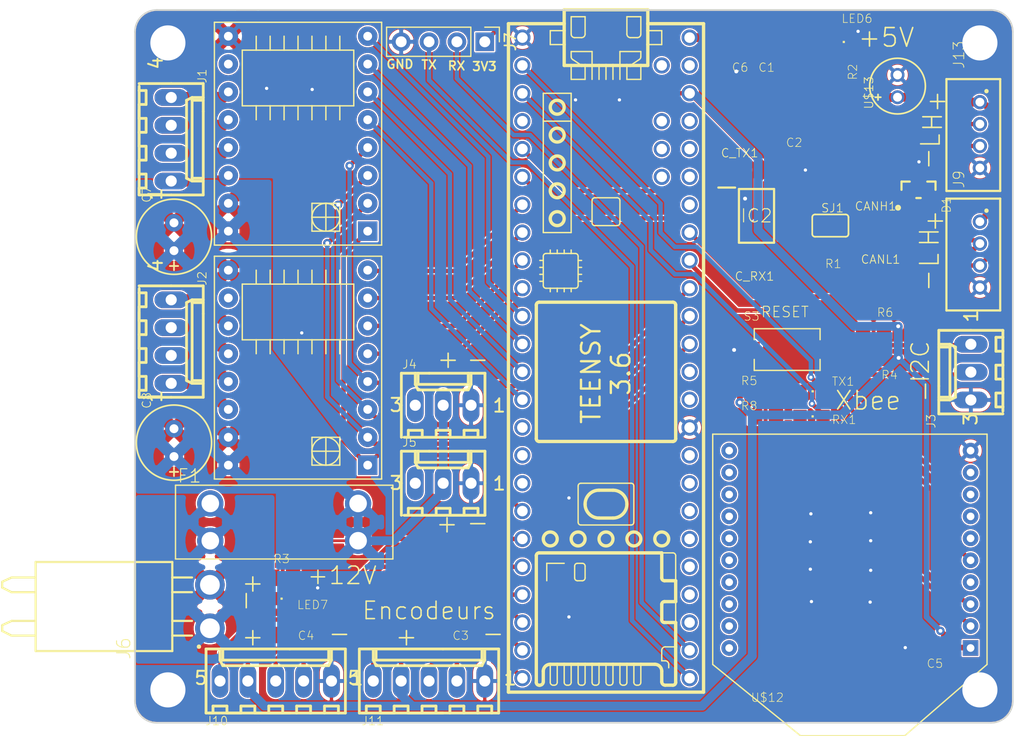
<source format=kicad_pcb>
(kicad_pcb (version 20171130) (host pcbnew "(5.1.6)-1")
  (layers (0 Front signal) (31 Back signal) (34 B.Paste user) (35 F.Paste user) (36 B.SilkS user) (37 F.SilkS user) (38 B.Mask user) (39 F.Mask user) (44 Edge.Cuts user))
  (net 0 "")
  (net 1 GND)
  (net 2 +3V3)
  (net 3 +12V)
  (net 4 +5V)
  (net 5 "Net-(J1-Pad1)")
  (net 6 "Net-(J1-Pad2)")
  (net 7 "Net-(J1-Pad3)")
  (net 8 "Net-(J1-Pad4)")
  (net 9 "Net-(J2-Pad1)")
  (net 10 "Net-(J2-Pad2)")
  (net 11 "Net-(J2-Pad3)")
  (net 12 "Net-(J2-Pad4)")
  (net 13 "Net-(U$1-PadP$10)")
  (net 14 /DIR_G)
  (net 15 /STEP_G)
  (net 16 /SLEEP_G)
  (net 17 /RESET_G)
  (net 18 /M2)
  (net 19 /M1)
  (net 20 /M0)
  (net 21 /ENABLE)
  (net 22 "Net-(U$2-PadP$10)")
  (net 23 /DIR_D)
  (net 24 /STEP_D)
  (net 25 /SLEEP_D)
  (net 26 /RESET_D)
  (net 27 "Net-(IC2-Pad8)")
  (net 28 /CANH)
  (net 29 /CANL)
  (net 30 "Net-(IC2-Pad5)")
  (net 31 /C_RX)
  (net 32 /C_TX)
  (net 33 "Net-(R1-Pad2)")
  (net 34 "Net-(S3-Pad2)")
  (net 35 "Net-(LED6-PadA)")
  (net 36 "Net-(LED7-PadA)")
  (net 37 "Net-(U$12-Pad20)")
  (net 38 "Net-(U$12-Pad19)")
  (net 39 "Net-(U$12-Pad18)")
  (net 40 "Net-(U$12-Pad17)")
  (net 41 "Net-(U$12-Pad16)")
  (net 42 "Net-(U$12-Pad15)")
  (net 43 "Net-(U$12-Pad14)")
  (net 44 "Net-(U$12-Pad13)")
  (net 45 "Net-(U$12-Pad12)")
  (net 46 "Net-(U$12-Pad11)")
  (net 47 /µP_RX)
  (net 48 /µP_TX)
  (net 49 "Net-(U$12-Pad4)")
  (net 50 "Net-(U$12-Pad6)")
  (net 51 "Net-(U$12-Pad7)")
  (net 52 "Net-(U$12-Pad8)")
  (net 53 "Net-(U$12-Pad9)")
  (net 54 "Net-(R5-Pad2)")
  (net 55 "Net-(R8-Pad2)")
  (net 56 /S1_D)
  (net 57 /S3_D)
  (net 58 /S2_D)
  (net 59 /S1_G)
  (net 60 /S3_G)
  (net 61 /S2_G)
  (net 62 "Net-(J3-Pad1)")
  (net 63 "Net-(J3-Pad2)")
  (net 64 "Net-(J4-Pad3)")
  (net 65 "Net-(J5-Pad3)")
  (net 66 "Net-(U$5-PadA11)")
  (net 67 "Net-(U$5-PadA10)")
  (net 68 "Net-(U$5-PadAREF)")
  (net 69 "Net-(U$5-PadVUSB)")
  (net 70 "Net-(U$5-PadA22/DAC1)")
  (net 71 "Net-(U$5-Pad21/DAC0)")
  (net 72 "Net-(U$5-Pad39/A20)")
  (net 73 "Net-(U$5-Pad38/A19)")
  (net 74 "Net-(U$5-Pad37/A18)")
  (net 75 "Net-(U$5-Pad36/A17)")
  (net 76 "Net-(U$5-Pad35/A16)")
  (net 77 "Net-(U$5-Pad3V3)")
  (net 78 "Net-(U$5-PadAGND)")
  (net 79 "Net-(U$5-Pad23/A9)")
  (net 80 "Net-(U$5-Pad22/A8)")
  (net 81 "Net-(U$5-Pad21/A7)")
  (net 82 "Net-(U$5-Pad20/A6)")
  (net 83 "Net-(U$5-Pad14/A0)")
  (net 84 "Net-(U$5-Pad13/SCK)")
  (net 85 "Net-(F1-Pad1)")
  (net 86 /RX_extern)
  (net 87 /TX_extern)
  (net 88 "Net-(U$5-Pad25)")
  (net 89 "Net-(U$5-Pad24)")
  (net 90 "Net-(U$5-Pad2)")
  (module "Carte Principale:TEENSY_3.5_3.6_BASIC" (layer Front) (at 151.4271 102.9596 270)
    (fp_text reference U$5 hide)
    (fp_text value TEENSY_3.5_3.6_BASIC hide)
    (fp_text user "TEENSY\n3.6" (at 2.69875 0 270) (layer F.SilkS) (effects (font (size 1.6891 1.6891) (thickness 0.21336))))
    (pad A11 thru_hole circle (at -15.24 -5.08 270) (size 1.4732 1.4732) (drill 0.9652) (layers *.Cu *.Mask) (net 66 "Net-(U$5-PadA11)"))
    (pad A10 thru_hole circle (at -17.78 -5.08 270) (size 1.4732 1.4732) (drill 0.9652) (layers *.Cu *.Mask) (net 67 "Net-(U$5-PadA10)"))
    (pad AREF thru_hole circle (at -20.32 -5.08 270) (size 1.4732 1.4732) (drill 0.9652) (layers *.Cu *.Mask) (net 68 "Net-(U$5-PadAREF)"))
    (pad VUSB thru_hole circle (at -25.4 -5.08 270) (size 1.4732 1.4732) (drill 0.9652) (layers *.Cu *.Mask) (net 69 "Net-(U$5-PadVUSB)"))
    (pad A22/DAC1 thru_hole circle (at 10.16 -7.62 270) (size 1.4732 1.4732) (drill 0.9652) (layers *.Cu *.Mask) (net 70 "Net-(U$5-PadA22/DAC1)"))
    (pad 21/DAC0 thru_hole circle (at 12.7 -7.62 270) (size 1.4732 1.4732) (drill 0.9652) (layers *.Cu *.Mask) (net 71 "Net-(U$5-Pad21/DAC0)"))
    (pad 39/A20 thru_hole circle (at 15.24 -7.62 270) (size 1.4732 1.4732) (drill 0.9652) (layers *.Cu *.Mask) (net 72 "Net-(U$5-Pad39/A20)"))
    (pad 38/A19 thru_hole circle (at 17.78 -7.62 270) (size 1.4732 1.4732) (drill 0.9652) (layers *.Cu *.Mask) (net 73 "Net-(U$5-Pad38/A19)"))
    (pad 37/A18 thru_hole circle (at 20.32 -7.62 270) (size 1.4732 1.4732) (drill 0.9652) (layers *.Cu *.Mask) (net 74 "Net-(U$5-Pad37/A18)"))
    (pad 36/A17 thru_hole circle (at 22.86 -7.62 270) (size 1.4732 1.4732) (drill 0.9652) (layers *.Cu *.Mask) (net 75 "Net-(U$5-Pad36/A17)"))
    (pad 35/A16 thru_hole circle (at 25.4 -7.62 270) (size 1.4732 1.4732) (drill 0.9652) (layers *.Cu *.Mask) (net 76 "Net-(U$5-Pad35/A16)"))
    (pad 34/A15 thru_hole circle (at 27.94 -7.62 270) (size 1.4732 1.4732) (drill 0.9652) (layers *.Cu *.Mask) (net 86 /RX_extern))
    (pad 33/A14 thru_hole circle (at 30.48 -7.62 270) (size 1.4732 1.4732) (drill 0.9652) (layers *.Cu *.Mask) (net 87 /TX_extern))
    (pad 32/A13 thru_hole circle (at 30.48 7.62 270) (size 1.4732 1.4732) (drill 0.9652) (layers *.Cu *.Mask) (net 60 /S3_G))
    (pad 31/A12 thru_hole circle (at 27.94 7.62 270) (size 1.4732 1.4732) (drill 0.9652) (layers *.Cu *.Mask) (net 61 /S2_G))
    (pad 30 thru_hole circle (at 25.4 7.62 270) (size 1.4732 1.4732) (drill 0.9652) (layers *.Cu *.Mask) (net 59 /S1_G))
    (pad 29 thru_hole circle (at 22.86 7.62 270) (size 1.4732 1.4732) (drill 0.9652) (layers *.Cu *.Mask) (net 57 /S3_D))
    (pad 28 thru_hole circle (at 20.32 7.62 270) (size 1.4732 1.4732) (drill 0.9652) (layers *.Cu *.Mask) (net 58 /S2_D))
    (pad 27 thru_hole circle (at 17.78 7.62 270) (size 1.4732 1.4732) (drill 0.9652) (layers *.Cu *.Mask) (net 56 /S1_D))
    (pad 26 thru_hole circle (at 15.24 7.62 270) (size 1.4732 1.4732) (drill 0.9652) (layers *.Cu *.Mask) (net 21 /ENABLE))
    (pad 25 thru_hole circle (at 12.7 7.62 270) (size 1.4732 1.4732) (drill 0.9652) (layers *.Cu *.Mask) (net 88 "Net-(U$5-Pad25)"))
    (pad 24 thru_hole circle (at 10.16 7.62 270) (size 1.4732 1.4732) (drill 0.9652) (layers *.Cu *.Mask) (net 89 "Net-(U$5-Pad24)"))
    (pad GND2 thru_hole circle (at 7.62 -7.62 270) (size 1.4732 1.4732) (drill 0.9652) (layers *.Cu *.Mask) (net 1 GND))
    (pad 3V3 thru_hole circle (at 7.62 7.62 270) (size 1.4732 1.4732) (drill 0.9652) (layers *.Cu *.Mask) (net 77 "Net-(U$5-Pad3V3)"))
    (pad VIN thru_hole circle (at -27.94 -7.62 270) (size 1.4732 1.4732) (drill 0.9652) (layers *.Cu *.Mask) (net 4 +5V))
    (pad GND thru_hole circle (at -27.94 7.62 270) (size 1.4732 1.4732) (drill 0.9652) (layers *.Cu *.Mask) (net 1 GND))
    (pad AGND thru_hole circle (at -25.4 -7.62 270) (size 1.4732 1.4732) (drill 0.9652) (layers *.Cu *.Mask) (net 78 "Net-(U$5-PadAGND)"))
    (pad 3V3_LO thru_hole circle (at -22.86 -7.62 270) (size 1.4732 1.4732) (drill 0.9652) (layers *.Cu *.Mask) (net 2 +3V3))
    (pad 0/RX thru_hole circle (at -25.4 7.62 270) (size 1.4732 1.4732) (drill 0.9652) (layers *.Cu *.Mask) (net 48 /µP_TX))
    (pad 23/A9 thru_hole circle (at -20.32 -7.62 270) (size 1.4732 1.4732) (drill 0.9652) (layers *.Cu *.Mask) (net 79 "Net-(U$5-Pad23/A9)"))
    (pad 22/A8 thru_hole circle (at -17.78 -7.62 270) (size 1.4732 1.4732) (drill 0.9652) (layers *.Cu *.Mask) (net 80 "Net-(U$5-Pad22/A8)"))
    (pad 21/A7 thru_hole circle (at -15.24 -7.62 270) (size 1.4732 1.4732) (drill 0.9652) (layers *.Cu *.Mask) (net 81 "Net-(U$5-Pad21/A7)"))
    (pad 20/A6 thru_hole circle (at -12.7 -7.62 270) (size 1.4732 1.4732) (drill 0.9652) (layers *.Cu *.Mask) (net 82 "Net-(U$5-Pad20/A6)"))
    (pad 19/A5/SCL thru_hole circle (at -10.16 -7.62 270) (size 1.4732 1.4732) (drill 0.9652) (layers *.Cu *.Mask) (net 62 "Net-(J3-Pad1)"))
    (pad 18/A4/SDA thru_hole circle (at -7.62 -7.62 270) (size 1.4732 1.4732) (drill 0.9652) (layers *.Cu *.Mask) (net 63 "Net-(J3-Pad2)"))
    (pad 17/A3 thru_hole circle (at -5.08 -7.62 270) (size 1.4732 1.4732) (drill 0.9652) (layers *.Cu *.Mask) (net 18 /M2))
    (pad 16/A2 thru_hole circle (at -2.54 -7.62 270) (size 1.4732 1.4732) (drill 0.9652) (layers *.Cu *.Mask) (net 19 /M1))
    (pad 15/A1 thru_hole circle (at 0 -7.62 270) (size 1.4732 1.4732) (drill 0.9652) (layers *.Cu *.Mask) (net 20 /M0))
    (pad 14/A0 thru_hole circle (at 2.54 -7.62 270) (size 1.4732 1.4732) (drill 0.9652) (layers *.Cu *.Mask) (net 83 "Net-(U$5-Pad14/A0)"))
    (pad 13/SCK thru_hole circle (at 5.08 -7.62 270) (size 1.4732 1.4732) (drill 0.9652) (layers *.Cu *.Mask) (net 84 "Net-(U$5-Pad13/SCK)"))
    (pad 12/MISO thru_hole circle (at 5.08 7.62 270) (size 1.4732 1.4732) (drill 0.9652) (layers *.Cu *.Mask) (net 17 /RESET_G))
    (pad 11/MOSI thru_hole circle (at 2.54 7.62 270) (size 1.4732 1.4732) (drill 0.9652) (layers *.Cu *.Mask) (net 16 /SLEEP_G))
    (pad 10/CS thru_hole circle (at 0 7.62 270) (size 1.4732 1.4732) (drill 0.9652) (layers *.Cu *.Mask) (net 15 /STEP_G))
    (pad 9/CS thru_hole circle (at -2.54 7.62 270) (size 1.4732 1.4732) (drill 0.9652) (layers *.Cu *.Mask) (net 14 /DIR_G))
    (pad 8 thru_hole circle (at -5.08 7.62 270) (size 1.4732 1.4732) (drill 0.9652) (layers *.Cu *.Mask) (net 26 /RESET_D))
    (pad 7 thru_hole circle (at -7.62 7.62 270) (size 1.4732 1.4732) (drill 0.9652) (layers *.Cu *.Mask) (net 25 /SLEEP_D))
    (pad 6 thru_hole circle (at -10.16 7.62 270) (size 1.4732 1.4732) (drill 0.9652) (layers *.Cu *.Mask) (net 24 /STEP_D))
    (pad 5 thru_hole circle (at -12.7 7.62 270) (size 1.4732 1.4732) (drill 0.9652) (layers *.Cu *.Mask) (net 23 /DIR_D))
    (pad 4/CANRX thru_hole circle (at -15.24 7.62 270) (size 1.4732 1.4732) (drill 0.9652) (layers *.Cu *.Mask) (net 31 /C_RX))
    (pad 3/CANTX thru_hole circle (at -17.78 7.62 270) (size 1.4732 1.4732) (drill 0.9652) (layers *.Cu *.Mask) (net 32 /C_TX))
    (pad 2 thru_hole circle (at -20.32 7.62 270) (size 1.4732 1.4732) (drill 0.9652) (layers *.Cu *.Mask) (net 90 "Net-(U$5-Pad2)"))
    (pad 1/TX thru_hole circle (at -22.86 7.62 270) (size 1.4732 1.4732) (drill 0.9652) (layers *.Cu *.Mask) (net 47 /µP_RX))
  )
  (module "Carte Principale:CON_3_DROIT" (layer Front) (at 136.5871 108.5476)
    (fp_text reference J4 (at -3.7831 -3.2751) (layer F.SilkS) (effects (font (size 0.77216 0.77216) (thickness 0.077216)) (justify left bottom)))
    (fp_text value MOLEX_3DROIT hide)
    (fp_text user 3 (at -4.9799 0.6873) (layer F.SilkS) (effects (font (size 1.2065 1.2065) (thickness 0.1778)) (justify left bottom)))
    (fp_text user 1 (at 4.4181 0.7381) (layer F.SilkS) (effects (font (size 1.2065 1.2065) (thickness 0.1778)) (justify left bottom)))
    (pad 1 thru_hole oval (at 2.54 0 90) (size 3.048 1.524) (drill 1.016) (layers *.Cu *.Mask) (net 1 GND))
    (pad 2 thru_hole oval (at 0 0 90) (size 3.048 1.524) (drill 1.016) (layers *.Cu *.Mask) (net 3 +12V))
    (pad 3 thru_hole oval (at -2.54 0 90) (size 3.048 1.524) (drill 1.016) (layers *.Cu *.Mask) (net 64 "Net-(J4-Pad3)"))
  )
  (module "Carte Principale:62000411622" (layer Front) (at 184.9011 83.9036 90)
    (fp_text reference J13 (at 5.985 -0.75 90) (layer F.SilkS) (effects (font (size 0.9652 0.9652) (thickness 0.077216)) (justify left bottom)))
    (fp_text value 62000411622)
    (pad 4 thru_hole circle (at -3 0.6 90) (size 1.308 1.308) (drill 0.8) (layers *.Cu *.Mask) (net 1 GND))
    (pad 3 thru_hole circle (at -1 0.6 90) (size 1.308 1.308) (drill 0.8) (layers *.Cu *.Mask) (net 29 /CANL))
    (pad 2 thru_hole circle (at 1 0.6 90) (size 1.308 1.308) (drill 0.8) (layers *.Cu *.Mask) (net 28 /CANH))
    (pad 1 thru_hole circle (at 3 0.6 90) (size 1.308 1.308) (drill 0.8) (layers *.Cu *.Mask) (net 4 +5V))
  )
  (module "Carte Principale:B1,27" (layer Front) (at 164.0001 95.4666)
    (fp_text reference C_RX1 (at -0.889 1.778) (layer F.SilkS) (effects (font (size 0.77216 0.77216) (thickness 0.077216)) (justify left bottom)))
    (fp_text value TPB1,27)
    (pad TP smd roundrect (at 0 0) (size 1.27 1.27) (layers Front F.Mask) (roundrect_rratio 0.5) (net 31 /C_RX))
  )
  (module "Carte Principale:C0805" (layer Front) (at 167.1481 87.0846 180)
    (fp_text reference C2 (at -0.635 2.032) (layer F.SilkS) (effects (font (size 0.77216 0.77216) (thickness 0.061772)) (justify left bottom)))
    (fp_text value 100n hide)
    (pad 2 smd rect (at 0.95 0 180) (size 1.3 1.5) (layers Front F.Paste F.Mask) (net 2 +3V3))
    (pad 1 smd rect (at -0.95 0 180) (size 1.3 1.5) (layers Front F.Paste F.Mask) (net 1 GND))
  )
  (module "Carte Principale:SOIC127P600X175-8N" (layer Front) (at 165.1431 91.2756)
    (fp_text reference IC2 (at 0 0) (layer F.SilkS) (effects (font (size 1.2065 1.2065) (thickness 0.09652))))
    (fp_text value SN65HVD232D hide)
    (pad 8 smd rect (at 2.712 -1.905) (size 1.525 0.65) (layers Front F.Paste F.Mask) (net 27 "Net-(IC2-Pad8)"))
    (pad 7 smd rect (at 2.712 -0.635) (size 1.525 0.65) (layers Front F.Paste F.Mask) (net 28 /CANH))
    (pad 6 smd rect (at 2.712 0.635) (size 1.525 0.65) (layers Front F.Paste F.Mask) (net 29 /CANL))
    (pad 5 smd rect (at 2.712 1.905) (size 1.525 0.65) (layers Front F.Paste F.Mask) (net 30 "Net-(IC2-Pad5)"))
    (pad 4 smd rect (at -2.712 1.905) (size 1.525 0.65) (layers Front F.Paste F.Mask) (net 31 /C_RX))
    (pad 3 smd rect (at -2.712 0.635) (size 1.525 0.65) (layers Front F.Paste F.Mask) (net 2 +3V3))
    (pad 2 smd rect (at -2.712 -0.635) (size 1.525 0.65) (layers Front F.Paste F.Mask) (net 1 GND))
    (pad 1 smd rect (at -2.712 -1.905) (size 1.525 0.65) (layers Front F.Paste F.Mask) (net 32 /C_TX))
  )
  (module "Carte Principale:CON_4_DROIT" (layer Front) (at 111.8031 84.2906 270)
    (fp_text reference J1 (at -5.0531 -3.2751 90) (layer F.SilkS) (effects (font (size 0.77216 0.77216) (thickness 0.077216)) (justify left bottom)))
    (fp_text value MOLEX_4DROIT hide)
    (fp_text user 4 (at -6.2499 0.6873 270) (layer F.SilkS) (effects (font (size 1.2065 1.2065) (thickness 0.1778)) (justify left bottom)))
    (fp_text user 1 (at 5.6881 0.7381 270) (layer F.SilkS) (effects (font (size 1.2065 1.2065) (thickness 0.1778)) (justify left bottom)))
    (pad 1 thru_hole oval (at 3.81 0) (size 3.048 1.524) (drill 1.016) (layers *.Cu *.Mask) (net 5 "Net-(J1-Pad1)"))
    (pad 2 thru_hole oval (at 1.27 0) (size 3.048 1.524) (drill 1.016) (layers *.Cu *.Mask) (net 6 "Net-(J1-Pad2)"))
    (pad 3 thru_hole oval (at -1.27 0) (size 3.048 1.524) (drill 1.016) (layers *.Cu *.Mask) (net 7 "Net-(J1-Pad3)"))
    (pad 4 thru_hole oval (at -3.81 0) (size 3.048 1.524) (drill 1.016) (layers *.Cu *.Mask) (net 8 "Net-(J1-Pad4)"))
  )
  (module "Carte Principale:CON_4_DROIT" (layer Front) (at 111.8031 102.7406 270)
    (fp_text reference J2 (at -5.0531 -3.2751 90) (layer F.SilkS) (effects (font (size 0.77216 0.77216) (thickness 0.077216)) (justify left bottom)))
    (fp_text value MOLEX_4DROIT hide)
    (fp_text user 4 (at -6.2499 0.6873 270) (layer F.SilkS) (effects (font (size 1.2065 1.2065) (thickness 0.1778)) (justify left bottom)))
    (fp_text user 1 (at 5.6881 0.7381 270) (layer F.SilkS) (effects (font (size 1.2065 1.2065) (thickness 0.1778)) (justify left bottom)))
    (pad 1 thru_hole oval (at 3.81 0) (size 3.048 1.524) (drill 1.016) (layers *.Cu *.Mask) (net 9 "Net-(J2-Pad1)"))
    (pad 2 thru_hole oval (at 1.27 0) (size 3.048 1.524) (drill 1.016) (layers *.Cu *.Mask) (net 10 "Net-(J2-Pad2)"))
    (pad 3 thru_hole oval (at -1.27 0) (size 3.048 1.524) (drill 1.016) (layers *.Cu *.Mask) (net 11 "Net-(J2-Pad3)"))
    (pad 4 thru_hole oval (at -3.81 0) (size 3.048 1.524) (drill 1.016) (layers *.Cu *.Mask) (net 12 "Net-(J2-Pad4)"))
  )
  (module "Carte Principale:R0805" (layer Front) (at 171.9 94.2 180)
    (fp_text reference R1 (at 0.55 -1.9) (layer F.SilkS) (effects (font (size 0.77216 0.77216) (thickness 0.061772)) (justify left bottom)))
    (fp_text value 120 hide)
    (pad 2 smd rect (at 0.95 0 180) (size 1.3 1.5) (layers Front F.Paste F.Mask) (net 33 "Net-(R1-Pad2)"))
    (pad 1 smd rect (at -0.95 0 180) (size 1.3 1.5) (layers Front F.Paste F.Mask) (net 29 /CANL))
  )
  (module "Carte Principale:R0805" (layer Front) (at 173.1001 79.3266 90)
    (fp_text reference R2 (at 0.381 1.27 90) (layer F.SilkS) (effects (font (size 0.77216 0.77216) (thickness 0.061772)) (justify left bottom)))
    (fp_text value R-EU_R0805)
    (pad 2 smd rect (at 0.95 0 90) (size 1.3 1.5) (layers Front F.Paste F.Mask) (net 35 "Net-(LED6-PadA)"))
    (pad 1 smd rect (at -0.95 0 90) (size 1.3 1.5) (layers Front F.Paste F.Mask) (net 4 +5V))
  )
  (module "Carte Principale:R0805" (layer Front) (at 121.9631 124.2796)
    (fp_text reference R3 (at -0.889 -1.27) (layer F.SilkS) (effects (font (size 0.77216 0.77216) (thickness 0.061772)) (justify left bottom)))
    (fp_text value R-EU_R0805)
    (pad 2 smd rect (at 0.95 0) (size 1.3 1.5) (layers Front F.Paste F.Mask) (net 36 "Net-(LED7-PadA)"))
    (pad 1 smd rect (at -0.95 0) (size 1.3 1.5) (layers Front F.Paste F.Mask) (net 3 +12V))
  )
  (module "Carte Principale:434111025826" (layer Front) (at 167.9371 103.4676)
    (fp_text reference S3 (at -3.2476 -2.5753) (layer F.SilkS) (effects (font (size 0.77216 0.77216) (thickness 0.061772)) (justify bottom)))
    (fp_text value 434111025826)
    (pad 2 smd rect (at 3.25 0) (size 1.5 1.4) (layers Front F.Paste F.Mask) (net 34 "Net-(S3-Pad2)"))
    (pad 1 smd rect (at -3.25 0) (size 1.5 1.4) (layers Front F.Paste F.Mask) (net 1 GND))
  )
  (module "Carte Principale:SJ" (layer Front) (at 171.8741 92.1646)
    (fp_text reference SJ1 (at -0.889 -1.143) (layer F.SilkS) (effects (font (size 0.77216 0.77216) (thickness 0.077216)) (justify left bottom)))
    (fp_text value SJ)
    (pad 2 smd rect (at 0.762 0) (size 1.1684 1.6002) (layers Front F.Paste F.Mask) (net 28 /CANH))
    (pad 1 smd rect (at -0.762 0) (size 1.1684 1.6002) (layers Front F.Paste F.Mask) (net 33 "Net-(R1-Pad2)"))
  )
  (module "Carte Principale:DRV8825" (layer Front) (at 129.7101 92.6726 180)
    (fp_text reference U$1 hide)
    (fp_text value DRV8825 hide)
    (pad P$16 thru_hole circle (at 12.7 0 180) (size 1.778 1.778) (drill 0.8) (layers *.Cu *.Mask) (net 3 +12V))
    (pad P$15 thru_hole circle (at 12.7 2.54 180) (size 1.778 1.778) (drill 0.8) (layers *.Cu *.Mask) (net 1 GND))
    (pad P$14 thru_hole circle (at 12.7 5.08 180) (size 1.778 1.778) (drill 0.8) (layers *.Cu *.Mask) (net 5 "Net-(J1-Pad1)"))
    (pad P$13 thru_hole circle (at 12.7 7.62 180) (size 1.778 1.778) (drill 0.8) (layers *.Cu *.Mask) (net 6 "Net-(J1-Pad2)"))
    (pad P$12 thru_hole circle (at 12.7 10.16 180) (size 1.778 1.778) (drill 0.8) (layers *.Cu *.Mask) (net 7 "Net-(J1-Pad3)"))
    (pad P$11 thru_hole circle (at 12.7 12.7 180) (size 1.778 1.778) (drill 0.8) (layers *.Cu *.Mask) (net 8 "Net-(J1-Pad4)"))
    (pad P$10 thru_hole circle (at 12.7 15.24 180) (size 1.778 1.778) (drill 0.8) (layers *.Cu *.Mask) (net 13 "Net-(U$1-PadP$10)"))
    (pad P$9 thru_hole circle (at 12.7 17.78 180) (size 1.778 1.778) (drill 0.8) (layers *.Cu *.Mask) (net 1 GND))
    (pad P$8 thru_hole circle (at 0 17.78 180) (size 1.778 1.778) (drill 0.8) (layers *.Cu *.Mask) (net 14 /DIR_G))
    (pad P$7 thru_hole circle (at 0 15.24 180) (size 1.778 1.778) (drill 0.8) (layers *.Cu *.Mask) (net 15 /STEP_G))
    (pad P$6 thru_hole circle (at 0 12.7 180) (size 1.778 1.778) (drill 0.8) (layers *.Cu *.Mask) (net 16 /SLEEP_G))
    (pad P$5 thru_hole circle (at 0 10.16 180) (size 1.778 1.778) (drill 0.8) (layers *.Cu *.Mask) (net 17 /RESET_G))
    (pad P$4 thru_hole circle (at 0 7.62 180) (size 1.778 1.778) (drill 0.8) (layers *.Cu *.Mask) (net 18 /M2))
    (pad P$3 thru_hole circle (at 0 5.08 180) (size 1.778 1.778) (drill 0.8) (layers *.Cu *.Mask) (net 19 /M1))
    (pad P$2 thru_hole circle (at 0 2.54 180) (size 1.778 1.778) (drill 0.8) (layers *.Cu *.Mask) (net 20 /M0))
    (pad P$1 thru_hole rect (at 0 0 180) (size 1.778 1.778) (drill 0.8) (layers *.Cu *.Mask) (net 21 /ENABLE))
  )
  (module "Carte Principale:XBEE" (layer Front) (at 173.6521 125.1846 180)
    (fp_text reference U$12 (at 9.068 -10.47) (layer F.SilkS) (effects (font (size 0.77216 0.77216) (thickness 0.061772)) (justify left bottom)))
    (fp_text value XBEE hide)
    (pad 20 thru_hole circle (at 11 -5.5 180) (size 1.4224 1.4224) (drill 0.7) (layers *.Cu *.Mask) (net 37 "Net-(U$12-Pad20)"))
    (pad 19 thru_hole circle (at 11 -3.5 180) (size 1.4224 1.4224) (drill 0.7) (layers *.Cu *.Mask) (net 38 "Net-(U$12-Pad19)"))
    (pad 18 thru_hole circle (at 11 -1.5 180) (size 1.4224 1.4224) (drill 0.7) (layers *.Cu *.Mask) (net 39 "Net-(U$12-Pad18)"))
    (pad 17 thru_hole circle (at 11 0.5 180) (size 1.4224 1.4224) (drill 0.7) (layers *.Cu *.Mask) (net 40 "Net-(U$12-Pad17)"))
    (pad 16 thru_hole circle (at 11 2.5 180) (size 1.4224 1.4224) (drill 0.7) (layers *.Cu *.Mask) (net 41 "Net-(U$12-Pad16)"))
    (pad 15 thru_hole circle (at 11 4.5 180) (size 1.4224 1.4224) (drill 0.7) (layers *.Cu *.Mask) (net 42 "Net-(U$12-Pad15)"))
    (pad 14 thru_hole circle (at 11 6.5 180) (size 1.4224 1.4224) (drill 0.7) (layers *.Cu *.Mask) (net 43 "Net-(U$12-Pad14)"))
    (pad 13 thru_hole circle (at 11 8.5 180) (size 1.4224 1.4224) (drill 0.7) (layers *.Cu *.Mask) (net 44 "Net-(U$12-Pad13)"))
    (pad 12 thru_hole circle (at 11 10.5 180) (size 1.4224 1.4224) (drill 0.7) (layers *.Cu *.Mask) (net 45 "Net-(U$12-Pad12)"))
    (pad 11 thru_hole circle (at 11 12.5 180) (size 1.4224 1.4224) (drill 0.7) (layers *.Cu *.Mask) (net 46 "Net-(U$12-Pad11)"))
    (pad 1 thru_hole rect (at -11 -5.5 180) (size 1.4224 1.4224) (drill 0.7) (layers *.Cu *.Mask) (net 2 +3V3))
    (pad 2 thru_hole circle (at -11 -3.5 180) (size 1.4224 1.4224) (drill 0.7) (layers *.Cu *.Mask) (net 47 /µP_RX))
    (pad 3 thru_hole circle (at -11 -1.5 180) (size 1.4224 1.4224) (drill 0.7) (layers *.Cu *.Mask) (net 48 /µP_TX))
    (pad 4 thru_hole circle (at -11 0.5 180) (size 1.4224 1.4224) (drill 0.7) (layers *.Cu *.Mask) (net 49 "Net-(U$12-Pad4)"))
    (pad 5 thru_hole circle (at -11 2.5 180) (size 1.4224 1.4224) (drill 0.7) (layers *.Cu *.Mask) (net 34 "Net-(S3-Pad2)"))
    (pad 6 thru_hole circle (at -11 4.5 180) (size 1.4224 1.4224) (drill 0.7) (layers *.Cu *.Mask) (net 50 "Net-(U$12-Pad6)"))
    (pad 7 thru_hole circle (at -11 6.5 180) (size 1.4224 1.4224) (drill 0.7) (layers *.Cu *.Mask) (net 51 "Net-(U$12-Pad7)"))
    (pad 8 thru_hole circle (at -11 8.5 180) (size 1.4224 1.4224) (drill 0.7) (layers *.Cu *.Mask) (net 52 "Net-(U$12-Pad8)"))
    (pad 9 thru_hole circle (at -11 10.5 180) (size 1.4224 1.4224) (drill 0.7) (layers *.Cu *.Mask) (net 53 "Net-(U$12-Pad9)"))
    (pad 10 thru_hole circle (at -11 12.5 180) (size 1.4224 1.4224) (drill 0.7) (layers *.Cu *.Mask) (net 1 GND))
  )
  (module "Carte Principale:DRV8825" (layer Front) (at 129.7101 114.0086 180)
    (fp_text reference U$2 hide)
    (fp_text value DRV8825 hide)
    (pad P$16 thru_hole circle (at 12.7 0 180) (size 1.778 1.778) (drill 0.8) (layers *.Cu *.Mask) (net 3 +12V))
    (pad P$15 thru_hole circle (at 12.7 2.54 180) (size 1.778 1.778) (drill 0.8) (layers *.Cu *.Mask) (net 1 GND))
    (pad P$14 thru_hole circle (at 12.7 5.08 180) (size 1.778 1.778) (drill 0.8) (layers *.Cu *.Mask) (net 9 "Net-(J2-Pad1)"))
    (pad P$13 thru_hole circle (at 12.7 7.62 180) (size 1.778 1.778) (drill 0.8) (layers *.Cu *.Mask) (net 10 "Net-(J2-Pad2)"))
    (pad P$12 thru_hole circle (at 12.7 10.16 180) (size 1.778 1.778) (drill 0.8) (layers *.Cu *.Mask) (net 11 "Net-(J2-Pad3)"))
    (pad P$11 thru_hole circle (at 12.7 12.7 180) (size 1.778 1.778) (drill 0.8) (layers *.Cu *.Mask) (net 12 "Net-(J2-Pad4)"))
    (pad P$10 thru_hole circle (at 12.7 15.24 180) (size 1.778 1.778) (drill 0.8) (layers *.Cu *.Mask) (net 22 "Net-(U$2-PadP$10)"))
    (pad P$9 thru_hole circle (at 12.7 17.78 180) (size 1.778 1.778) (drill 0.8) (layers *.Cu *.Mask) (net 1 GND))
    (pad P$8 thru_hole circle (at 0 17.78 180) (size 1.778 1.778) (drill 0.8) (layers *.Cu *.Mask) (net 23 /DIR_D))
    (pad P$7 thru_hole circle (at 0 15.24 180) (size 1.778 1.778) (drill 0.8) (layers *.Cu *.Mask) (net 24 /STEP_D))
    (pad P$6 thru_hole circle (at 0 12.7 180) (size 1.778 1.778) (drill 0.8) (layers *.Cu *.Mask) (net 25 /SLEEP_D))
    (pad P$5 thru_hole circle (at 0 10.16 180) (size 1.778 1.778) (drill 0.8) (layers *.Cu *.Mask) (net 26 /RESET_D))
    (pad P$4 thru_hole circle (at 0 7.62 180) (size 1.778 1.778) (drill 0.8) (layers *.Cu *.Mask) (net 18 /M2))
    (pad P$3 thru_hole circle (at 0 5.08 180) (size 1.778 1.778) (drill 0.8) (layers *.Cu *.Mask) (net 19 /M1))
    (pad P$2 thru_hole circle (at 0 2.54 180) (size 1.778 1.778) (drill 0.8) (layers *.Cu *.Mask) (net 20 /M0))
    (pad P$1 thru_hole rect (at 0 0 180) (size 1.778 1.778) (drill 0.8) (layers *.Cu *.Mask) (net 21 /ENABLE))
  )
  (module "Carte Principale:R0805" (layer Front) (at 165.9686 107.2776)
    (fp_text reference R5 (at -2.286 -0.508) (layer F.SilkS) (effects (font (size 0.77216 0.77216) (thickness 0.061772)) (justify left bottom)))
    (fp_text value R-EU_R0805)
    (pad 2 smd rect (at 0.95 0) (size 1.3 1.5) (layers Front F.Paste F.Mask) (net 54 "Net-(R5-Pad2)"))
    (pad 1 smd rect (at -0.95 0) (size 1.3 1.5) (layers Front F.Paste F.Mask) (net 2 +3V3))
  )
  (module "Carte Principale:R0805" (layer Front) (at 165.9686 109.5636)
    (fp_text reference R8 (at -2.286 -0.508) (layer F.SilkS) (effects (font (size 0.77216 0.77216) (thickness 0.061772)) (justify left bottom)))
    (fp_text value R-EU_R0805)
    (pad 2 smd rect (at 0.95 0) (size 1.3 1.5) (layers Front F.Paste F.Mask) (net 55 "Net-(R8-Pad2)"))
    (pad 1 smd rect (at -0.95 0) (size 1.3 1.5) (layers Front F.Paste F.Mask) (net 2 +3V3))
  )
  (module "Carte Principale:CHIPLED_0805" (layer Front) (at 170.1596 109.5636 270)
    (fp_text reference RX1 (at 0.754 -1.805) (layer F.SilkS) (effects (font (size 0.77216 0.77216) (thickness 0.061772)) (justify left bottom)))
    (fp_text value LEDCHIPLED_0805)
    (pad A smd rect (at 0 1.05 270) (size 1.2 1.2) (layers Front F.Paste F.Mask) (net 55 "Net-(R8-Pad2)"))
    (pad C smd rect (at 0 -1.05 270) (size 1.2 1.2) (layers Front F.Paste F.Mask) (net 47 /µP_RX))
  )
  (module "Carte Principale:CHIPLED_0805" (layer Front) (at 170.1596 107.2776 270)
    (fp_text reference TX1 (at -0.446 -1.805) (layer F.SilkS) (effects (font (size 0.77216 0.77216) (thickness 0.061772)) (justify left bottom)))
    (fp_text value LEDCHIPLED_0805)
    (pad A smd rect (at 0 1.05 270) (size 1.2 1.2) (layers Front F.Paste F.Mask) (net 54 "Net-(R5-Pad2)"))
    (pad C smd rect (at 0 -1.05 270) (size 1.2 1.2) (layers Front F.Paste F.Mask) (net 48 /µP_TX))
  )
  (module "Carte Principale:6410-05" (layer Front) (at 121.3281 133.6936)
    (fp_text reference J10 (at -6.4501 4.0909) (layer F.SilkS) (effects (font (size 0.77216 0.77216) (thickness 0.077216)) (justify left bottom)))
    (fp_text value 22-?-0527-2051 hide)
    (fp_text user 5 (at -7.5199 0.4333) (layer F.SilkS) (effects (font (size 1.2065 1.2065) (thickness 0.1778)) (justify left bottom)))
    (fp_text user 1 (at 6.7041 0.4841) (layer F.SilkS) (effects (font (size 1.2065 1.2065) (thickness 0.1778)) (justify left bottom)))
    (pad 5 thru_hole oval (at -5.08 0 90) (size 3.048 1.524) (drill 1.016) (layers *.Cu *.Mask) (net 56 /S1_D))
    (pad 4 thru_hole oval (at -2.54 0 90) (size 3.048 1.524) (drill 1.016) (layers *.Cu *.Mask) (net 2 +3V3))
    (pad 1 thru_hole oval (at 5.08 0 90) (size 3.048 1.524) (drill 1.016) (layers *.Cu *.Mask) (net 1 GND))
    (pad 2 thru_hole oval (at 2.54 0 90) (size 3.048 1.524) (drill 1.016) (layers *.Cu *.Mask) (net 57 /S3_D))
    (pad 3 thru_hole oval (at 0 0 90) (size 3.048 1.524) (drill 1.016) (layers *.Cu *.Mask) (net 58 /S2_D))
  )
  (module "Carte Principale:6410-05" (layer Front) (at 135.2981 133.6936)
    (fp_text reference J11 (at -6.1961 4.0909) (layer F.SilkS) (effects (font (size 0.77216 0.77216) (thickness 0.077216)) (justify left bottom)))
    (fp_text value 22-?-0527-2051 hide)
    (fp_text user 5 (at -7.5199 0.4333) (layer F.SilkS) (effects (font (size 1.2065 1.2065) (thickness 0.1778)) (justify left bottom)))
    (fp_text user 1 (at 6.7041 0.4841) (layer F.SilkS) (effects (font (size 1.2065 1.2065) (thickness 0.1778)) (justify left bottom)))
    (pad 5 thru_hole oval (at -5.08 0 90) (size 3.048 1.524) (drill 1.016) (layers *.Cu *.Mask) (net 59 /S1_G))
    (pad 4 thru_hole oval (at -2.54 0 90) (size 3.048 1.524) (drill 1.016) (layers *.Cu *.Mask) (net 2 +3V3))
    (pad 1 thru_hole oval (at 5.08 0 90) (size 3.048 1.524) (drill 1.016) (layers *.Cu *.Mask) (net 1 GND))
    (pad 2 thru_hole oval (at 2.54 0 90) (size 3.048 1.524) (drill 1.016) (layers *.Cu *.Mask) (net 60 /S3_G))
    (pad 3 thru_hole oval (at 0 0 90) (size 3.048 1.524) (drill 1.016) (layers *.Cu *.Mask) (net 61 /S2_G))
  )
  (module "Carte Principale:C0805" (layer Front) (at 135.1076 129.3756)
    (fp_text reference C3 (at 2.286 0.635) (layer F.SilkS) (effects (font (size 0.77216 0.77216) (thickness 0.061772)) (justify left bottom)))
    (fp_text value 100n hide)
    (pad 2 smd rect (at 0.95 0) (size 1.3 1.5) (layers Front F.Paste F.Mask) (net 1 GND))
    (pad 1 smd rect (at -0.95 0) (size 1.3 1.5) (layers Front F.Paste F.Mask) (net 2 +3V3))
  )
  (module "Carte Principale:C0805" (layer Front) (at 121.0106 129.5026)
    (fp_text reference C4 (at 2.286 0.508) (layer F.SilkS) (effects (font (size 0.77216 0.77216) (thickness 0.061772)) (justify left bottom)))
    (fp_text value 100n hide)
    (pad 2 smd rect (at 0.95 0) (size 1.3 1.5) (layers Front F.Paste F.Mask) (net 1 GND))
    (pad 1 smd rect (at -0.95 0) (size 1.3 1.5) (layers Front F.Paste F.Mask) (net 2 +3V3))
  )
  (module "Carte Principale:C0805" (layer Front) (at 181.2721 130.6456 180)
    (fp_text reference C5 (at 0.664 -1.908) (layer F.SilkS) (effects (font (size 0.77216 0.77216) (thickness 0.061772)) (justify left bottom)))
    (fp_text value 100n hide)
    (pad 2 smd rect (at 0.95 0 180) (size 1.3 1.5) (layers Front F.Paste F.Mask) (net 1 GND))
    (pad 1 smd rect (at -0.95 0 180) (size 1.3 1.5) (layers Front F.Paste F.Mask) (net 2 +3V3))
  )
  (module "Carte Principale:CHIPLED_0805" (layer Front) (at 121.9631 126.1846 90)
    (fp_text reference LED7 (at -1.016 1.27) (layer F.SilkS) (effects (font (size 0.77216 0.77216) (thickness 0.061772)) (justify left bottom)))
    (fp_text value LEDCHIPLED_0805)
    (pad A smd rect (at 0 1.05 90) (size 1.2 1.2) (layers Front F.Paste F.Mask) (net 36 "Net-(LED7-PadA)"))
    (pad C smd rect (at 0 -1.05 90) (size 1.2 1.2) (layers Front F.Paste F.Mask) (net 1 GND))
  )
  (module "Carte Principale:CHIPLED_0805" (layer Front) (at 173.1001 75.5166)
    (fp_text reference LED6 (at -0.254 -1.778) (layer F.SilkS) (effects (font (size 0.77216 0.77216) (thickness 0.061772)) (justify left bottom)))
    (fp_text value LEDCHIPLED_0805)
    (pad A smd rect (at 0 1.05) (size 1.2 1.2) (layers Front F.Paste F.Mask) (net 35 "Net-(LED6-PadA)"))
    (pad C smd rect (at 0 -1.05) (size 1.2 1.2) (layers Front F.Paste F.Mask) (net 1 GND))
  )
  (module "Carte Principale:CON_3_DROIT" (layer Front) (at 184.6771 105.5266 90)
    (fp_text reference J3 (at -5.1831 -3.1751 90) (layer F.SilkS) (effects (font (size 0.77216 0.77216) (thickness 0.077216)) (justify left bottom)))
    (fp_text value MOLEX_3DROIT hide)
    (fp_text user 3 (at -4.9799 0.6873 90) (layer F.SilkS) (effects (font (size 1.2065 1.2065) (thickness 0.1778)) (justify left bottom)))
    (fp_text user 1 (at 4.4181 0.7381 90) (layer F.SilkS) (effects (font (size 1.2065 1.2065) (thickness 0.1778)) (justify left bottom)))
    (pad 1 thru_hole oval (at 2.54 0 180) (size 3.048 1.524) (drill 1.016) (layers *.Cu *.Mask) (net 62 "Net-(J3-Pad1)"))
    (pad 2 thru_hole oval (at 0 0 180) (size 3.048 1.524) (drill 1.016) (layers *.Cu *.Mask) (net 63 "Net-(J3-Pad2)"))
    (pad 3 thru_hole oval (at -2.54 0 180) (size 3.048 1.524) (drill 1.016) (layers *.Cu *.Mask) (net 1 GND))
  )
  (module "Carte Principale:E2-5" (layer Front) (at 177.9951 79.4416 90)
    (fp_text reference U$13 (at -2.159 -2.159 90) (layer F.SilkS) (effects (font (size 0.77216 0.77216) (thickness 0.077216)) (justify left bottom)))
    (fp_text value CONDO2-5 hide)
    (pad + thru_hole circle (at -1.016 0 90) (size 1.27 1.27) (drill 0.8128) (layers *.Cu *.Mask) (net 4 +5V))
    (pad - thru_hole circle (at 1.016 0 90) (size 1.27 1.27) (drill 0.8128) (layers *.Cu *.Mask) (net 1 GND))
  )
  (module "Carte Principale:B1,27" (layer Front) (at 164.0001 87.0846)
    (fp_text reference C_TX1 (at -2.1501 -1.0846) (layer F.SilkS) (effects (font (size 0.77216 0.77216) (thickness 0.077216)) (justify left bottom)))
    (fp_text value TPB1,27)
    (pad TP smd roundrect (at 0 0) (size 1.27 1.27) (layers Front F.Mask) (roundrect_rratio 0.5) (net 32 /C_TX))
  )
  (module "Carte Principale:B1,27" (layer Front) (at 175.9 91.8 180)
    (fp_text reference CANH1 (at 1.85 0.95) (layer F.SilkS) (effects (font (size 0.77216 0.77216) (thickness 0.077216)) (justify left bottom)))
    (fp_text value TPB1,27)
    (pad TP smd roundrect (at 0 0 180) (size 1.27 1.27) (layers Front F.Mask) (roundrect_rratio 0.5) (net 28 /CANH))
  )
  (module "Carte Principale:B1,27" (layer Front) (at 176.4 94 180)
    (fp_text reference CANL1 (at 1.8 -1.7) (layer F.SilkS) (effects (font (size 0.77216 0.77216) (thickness 0.077216)) (justify left bottom)))
    (fp_text value TPB1,27)
    (pad TP smd roundrect (at 0 0 180) (size 1.27 1.27) (layers Front F.Mask) (roundrect_rratio 0.5) (net 29 /CANL))
  )
  (module "Carte Principale:CON_3_DROIT" (layer Front) (at 136.5871 115.6596)
    (fp_text reference J5 (at -3.7831 -3.2751) (layer F.SilkS) (effects (font (size 0.77216 0.77216) (thickness 0.077216)) (justify left bottom)))
    (fp_text value MOLEX_3DROIT hide)
    (fp_text user 3 (at -4.9799 0.6873) (layer F.SilkS) (effects (font (size 1.2065 1.2065) (thickness 0.1778)) (justify left bottom)))
    (fp_text user 1 (at 4.4181 0.7381) (layer F.SilkS) (effects (font (size 1.2065 1.2065) (thickness 0.1778)) (justify left bottom)))
    (pad 1 thru_hole oval (at 2.54 0 90) (size 3.048 1.524) (drill 1.016) (layers *.Cu *.Mask) (net 1 GND))
    (pad 2 thru_hole oval (at 0 0 90) (size 3.048 1.524) (drill 1.016) (layers *.Cu *.Mask) (net 3 +12V))
    (pad 3 thru_hole oval (at -2.54 0 90) (size 3.048 1.524) (drill 1.016) (layers *.Cu *.Mask) (net 65 "Net-(J5-Pad3)"))
  )
  (module "Carte Principale:C0805" (layer Front) (at 164.5081 75.9086 270)
    (fp_text reference C1 (at 2.286 -0.762) (layer F.SilkS) (effects (font (size 0.77216 0.77216) (thickness 0.061772)) (justify left bottom)))
    (fp_text value 100n hide)
    (pad 2 smd rect (at 0.95 0 270) (size 1.3 1.5) (layers Front F.Paste F.Mask) (net 1 GND))
    (pad 1 smd rect (at -0.95 0 270) (size 1.3 1.5) (layers Front F.Paste F.Mask) (net 4 +5V))
  )
  (module "Carte Principale:C0805" (layer Front) (at 162.0951 75.9086 270)
    (fp_text reference C6 (at 2.286 -0.762) (layer F.SilkS) (effects (font (size 0.77216 0.77216) (thickness 0.061772)) (justify left bottom)))
    (fp_text value 100n hide)
    (pad 2 smd rect (at 0.95 0 270) (size 1.3 1.5) (layers Front F.Paste F.Mask) (net 1 GND))
    (pad 1 smd rect (at -0.95 0 270) (size 1.3 1.5) (layers Front F.Paste F.Mask) (net 4 +5V))
  )
  (module "Carte Principale:WE-TVS_SOT23-3L" (layer Front) (at 179.9081 88.9)
    (fp_text reference D1 (at 2.998 1.376 -270) (layer F.SilkS) (effects (font (size 0.77216 0.77216) (thickness 0.061772)) (justify bottom)))
    (fp_text value 5Vdc hide)
    (pad 1 smd rect (at -0.95 1.05) (size 0.9 1.4) (layers Front F.Paste F.Mask) (net 28 /CANH))
    (pad 2 smd rect (at 0.95 1.05) (size 0.9 1.4) (layers Front F.Paste F.Mask) (net 29 /CANL))
    (pad 3 smd rect (at 0 -1.05) (size 0.9 1.4) (layers Front F.Paste F.Mask) (net 1 GND))
  )
  (module "Carte Principale:E2,5-7" (layer Front) (at 112.0571 93.1806 90)
    (fp_text reference C7 (at 3.048 -2.032 90) (layer F.SilkS) (effects (font (size 0.77216 0.77216) (thickness 0.077216)) (justify left bottom)))
    (fp_text value 100µ hide)
    (pad + thru_hole circle (at -1.27 0 90) (size 1.6002 1.6002) (drill 0.8128) (layers *.Cu *.Mask) (net 3 +12V))
    (pad - thru_hole circle (at 1.27 0 90) (size 1.6002 1.6002) (drill 0.8128) (layers *.Cu *.Mask) (net 1 GND))
  )
  (module "Carte Principale:E2,5-7" (layer Front) (at 112.0571 111.9576 90)
    (fp_text reference C8 (at 3.048 -2.032 90) (layer F.SilkS) (effects (font (size 0.77216 0.77216) (thickness 0.077216)) (justify left bottom)))
    (fp_text value 100µ hide)
    (pad + thru_hole circle (at -1.27 0 90) (size 1.6002 1.6002) (drill 0.8128) (layers *.Cu *.Mask) (net 3 +12V))
    (pad - thru_hole circle (at 1.27 0 90) (size 1.6002 1.6002) (drill 0.8128) (layers *.Cu *.Mask) (net 1 GND))
  )
  (module "Carte Principale:R0805" (layer Front) (at 175.8111 104.2296)
    (fp_text reference R4 (at 0.659 2.008) (layer F.SilkS) (effects (font (size 0.77216 0.77216) (thickness 0.061772)) (justify left bottom)))
    (fp_text value 4.7k hide)
    (pad 2 smd rect (at 0.95 0) (size 1.3 1.5) (layers Front F.Paste F.Mask) (net 2 +3V3))
    (pad 1 smd rect (at -0.95 0) (size 1.3 1.5) (layers Front F.Paste F.Mask) (net 63 "Net-(J3-Pad2)"))
  )
  (module "Carte Principale:R0805" (layer Front) (at 175.8111 101.6896)
    (fp_text reference R6 (at 0.259 -1.146) (layer F.SilkS) (effects (font (size 0.77216 0.77216) (thickness 0.061772)) (justify left bottom)))
    (fp_text value 4.7k hide)
    (pad 2 smd rect (at 0.95 0) (size 1.3 1.5) (layers Front F.Paste F.Mask) (net 2 +3V3))
    (pad 1 smd rect (at -0.95 0) (size 1.3 1.5) (layers Front F.Paste F.Mask) (net 62 "Net-(J3-Pad1)"))
  )
  (module "Carte Principale:62000411622" (layer Front) (at 184.9011 94.8036 90)
    (fp_text reference J9 (at 5.985 -0.75 90) (layer F.SilkS) (effects (font (size 0.9652 0.9652) (thickness 0.077216)) (justify left bottom)))
    (fp_text value 62000411622)
    (pad 4 thru_hole circle (at -3 0.6 90) (size 1.308 1.308) (drill 0.8) (layers *.Cu *.Mask) (net 1 GND))
    (pad 3 thru_hole circle (at -1 0.6 90) (size 1.308 1.308) (drill 0.8) (layers *.Cu *.Mask) (net 29 /CANL))
    (pad 2 thru_hole circle (at 1 0.6 90) (size 1.308 1.308) (drill 0.8) (layers *.Cu *.Mask) (net 28 /CANH))
    (pad 1 thru_hole circle (at 3 0.6 90) (size 1.308 1.308) (drill 0.8) (layers *.Cu *.Mask) (net 4 +5V))
  )
  (module "Carte Principale:FUSE_3557-2" (layer Front) (at 122.1011 119.2036)
    (fp_text reference F1 (at -9.79306 -3.504668) (layer F.SilkS) (effects (font (size 1.208115 1.208115) (thickness 0.096649)) (justify left bottom)))
    (fp_text value 3557-2)
    (pad 4 thru_hole circle (at 6.735 1.7) (size 2.4 2.4) (drill 1.6) (layers *.Cu *.Mask) (net 3 +12V))
    (pad 3 thru_hole circle (at 6.735 -1.7) (size 2.4 2.4) (drill 1.6) (layers *.Cu *.Mask) (net 3 +12V))
    (pad 2 thru_hole circle (at -6.735 1.7) (size 2.4 2.4) (drill 1.6) (layers *.Cu *.Mask) (net 85 "Net-(F1-Pad1)"))
    (pad 1 thru_hole circle (at -6.735 -1.7) (size 2.4 2.4) (drill 1.6) (layers *.Cu *.Mask) (net 85 "Net-(F1-Pad1)"))
  )
  (module "Carte Principale:645002117322" (layer Front) (at 110.2011 126.9036 270)
    (fp_text reference J6 (at 4.915 2.02 90) (layer F.SilkS) (effects (font (size 1.2065 1.2065) (thickness 0.09652)) (justify left bottom)))
    (fp_text value 645002117322)
    (pad 2 thru_hole circle (at -1.98 -5.13 270) (size 2.7 2.7) (drill 1.8) (layers *.Cu *.Mask) (net 1 GND))
    (pad 1 thru_hole circle (at 1.98 -5.13 270) (size 2.7 2.7) (drill 1.8) (layers *.Cu *.Mask) (net 85 "Net-(F1-Pad1)"))
  )
  (module Connector_PinHeader_2.54mm:PinHeader_1x04_P2.54mm_Vertical (layer Front) (at 140.38 75.4 270)
    (fp_text reference J7 (at 0 -2.33 90) (layer F.SilkS))
    (fp_text value "Serial extern")
    (pad 1 thru_hole rect (at 0 0 270) (size 1.7 1.7) (drill 1) (layers *.Cu *.Mask) (net 2 +3V3))
    (pad 2 thru_hole oval (at 0 2.54 270) (size 1.7 1.7) (drill 1) (layers *.Cu *.Mask) (net 86 /RX_extern))
    (pad 3 thru_hole oval (at 0 5.08 270) (size 1.7 1.7) (drill 1) (layers *.Cu *.Mask) (net 87 /TX_extern))
    (pad 4 thru_hole oval (at 0 7.62 270) (size 1.7 1.7) (drill 1) (layers *.Cu *.Mask) (net 1 GND))
  )
  (gr_text GND (at 132.65 77.45) (layer F.SilkS) (effects (font (size 0.8 0.8))))
  (gr_text 3V3 (at 140.35 77.65) (layer F.SilkS) (effects (font (size 0.8 0.8))))
  (gr_text RX (at 137.8 77.6) (layer F.SilkS) (effects (font (size 0.8 0.8))))
  (gr_text TX (at 135.3 77.5) (layer F.SilkS) (effects (font (size 0.8 0.8))))
  (gr_line (start 110.5011 137.5036) (end 186.5011 137.5036) (layer Edge.Cuts) (width 0.1524))
  (gr_arc (start 186.5011 135.5036) (end 186.5011 137.5036) (angle -90) (layer Edge.Cuts) (width 0.1524))
  (gr_line (start 188.5011 135.5036) (end 188.5011 74.5036) (layer Edge.Cuts) (width 0.1524))
  (gr_arc (start 186.5011 74.5036) (end 188.5011 74.5036) (angle -90) (layer Edge.Cuts) (width 0.1524))
  (gr_line (start 186.5011 72.5036) (end 110.5011 72.5036) (layer Edge.Cuts) (width 0.1524))
  (gr_arc (start 110.5011 74.5036) (end 110.5011 72.5036) (angle -90) (layer Edge.Cuts) (width 0.1524))
  (gr_line (start 108.5011 74.5036) (end 108.5011 135.5036) (layer Edge.Cuts) (width 0.1524))
  (gr_arc (start 110.5011 135.5036) (end 108.5011 135.5036) (angle -90) (layer Edge.Cuts) (width 0.1524))
  (gr_text + (at 180.5011 81.7036) (layer F.SilkS) (effects (font (size 1.6891 1.6891) (thickness 0.14224)) (justify left bottom)))
  (gr_text + (at 180.3011 92.6036) (layer F.SilkS) (effects (font (size 1.6891 1.6891) (thickness 0.14224)) (justify left bottom)))
  (gr_text + (at 118.1011 130.6036) (layer F.SilkS) (effects (font (size 1.6891 1.6891) (thickness 0.14224)) (justify left bottom)))
  (gr_text + (at 132.1011 130.6036) (layer F.SilkS) (effects (font (size 1.6891 1.6891) (thickness 0.14224)) (justify left bottom)))
  (gr_text + (at 118.1011 125.7036) (layer F.SilkS) (effects (font (size 1.6891 1.6891) (thickness 0.14224)) (justify left bottom)))
  (gr_text + (at 135.8011 120.3036) (layer F.SilkS) (effects (font (size 1.6891 1.6891) (thickness 0.14224)) (justify left bottom)))
  (gr_text + (at 135.9011 105.3036) (layer F.SilkS) (effects (font (size 1.6891 1.6891) (thickness 0.14224)) (justify left bottom)))
  (gr_text - (at 138.6011 120.2036) (layer F.SilkS) (effects (font (size 1.6891 1.6891) (thickness 0.14224)) (justify left bottom)))
  (gr_text - (at 138.6011 105.3036) (layer F.SilkS) (effects (font (size 1.6891 1.6891) (thickness 0.14224)) (justify left bottom)))
  (gr_text - (at 140.0011 130.3036) (layer F.SilkS) (effects (font (size 1.6891 1.6891) (thickness 0.14224)) (justify left bottom)))
  (gr_text - (at 126.0011 130.3036) (layer F.SilkS) (effects (font (size 1.6891 1.6891) (thickness 0.14224)) (justify left bottom)))
  (gr_text - (at 119.5011 127.5036 90) (layer F.SilkS) (effects (font (size 1.6891 1.6891) (thickness 0.14224)) (justify left bottom)))
  (gr_text - (at 181.4011 108.4036 90) (layer F.SilkS) (effects (font (size 1.6891 1.6891) (thickness 0.14224)) (justify left bottom)))
  (gr_text - (at 181.7011 98.3036 90) (layer F.SilkS) (effects (font (size 1.6891 1.6891) (thickness 0.14224)) (justify left bottom)))
  (gr_text - (at 181.7011 87.2036 90) (layer F.SilkS) (effects (font (size 1.6891 1.6891) (thickness 0.14224)) (justify left bottom)))
  (gr_text H (at 182.2 83.7 90) (layer F.SilkS) (effects (font (size 1.6891 1.6891) (thickness 0.14224)) (justify left bottom)))
  (gr_text H (at 181.9011 94.2036 90) (layer F.SilkS) (effects (font (size 1.6891 1.6891) (thickness 0.14224)) (justify left bottom)))
  (gr_text L (at 182.0011 85.2036 90) (layer F.SilkS) (effects (font (size 1.6891 1.6891) (thickness 0.14224)) (justify left bottom)))
  (gr_text L (at 181.9011 96.1036 90) (layer F.SilkS) (effects (font (size 1.6891 1.6891) (thickness 0.14224)) (justify left bottom)))
  (gr_text +5V (at 174.3011 76.0036) (layer F.SilkS) (effects (font (size 1.6891 1.6891) (thickness 0.14224)) (justify left bottom)))
  (gr_text Xbee (at 172.2011 109.1036) (layer F.SilkS) (effects (font (size 1.6891 1.6891) (thickness 0.14224)) (justify left bottom)))
  (gr_text RESET (at 165.5011 100.6036) (layer F.SilkS) (effects (font (size 0.9652 0.9652) (thickness 0.08128)) (justify left bottom)))
  (gr_text I2C (at 181.0011 106.6036 90) (layer F.SilkS) (effects (font (size 1.59258 1.59258) (thickness 0.134112)) (justify left bottom)))
  (gr_text +12V (at 124.1011 125.0036) (layer F.SilkS) (effects (font (size 1.59258 1.59258) (thickness 0.134112)) (justify left bottom)))
  (gr_text Encodeurs (at 129.1011 128.2036) (layer F.SilkS) (effects (font (size 1.59258 1.59258) (thickness 0.134112)) (justify left bottom)))
  (via (at 111.5011 75.5036) (size 3.6064) (drill 3.2) (layers Front Back) (net 1))
  (via (at 111.5011 134.5036) (size 3.6064) (drill 3.2) (layers Front Back) (net 1))
  (via (at 185.5011 134.5036) (size 3.6064) (drill 3.2) (layers Front Back) (net 1))
  (via (at 185.5011 75.5036) (size 3.6064) (drill 3.2) (layers Front Back) (net 1))
  (via (at 164.1011 89.7036) (size 0.762) (drill 0.3556) (layers Front Back) (net 1))
  (via (at 163.1011 103.5036) (size 0.762) (drill 0.3556) (layers Front Back) (net 1))
  (via (at 163.3011 78.1036) (size 0.762) (drill 0.3556) (layers Front Back) (net 1))
  (via (at 148.05 117) (size 0.6) (drill 0.3) (layers Front Back) (net 1))
  (via (at 148.05 127.85) (size 0.6) (drill 0.3) (layers Front Back) (net 1))
  (via (at 170.15 126.45) (size 0.6) (drill 0.3) (layers Front Back) (net 1))
  (via (at 175.5 126.5) (size 0.6) (drill 0.3) (layers Front Back) (net 1))
  (via (at 175.55 123.6) (size 0.6) (drill 0.3) (layers Front Back) (net 1))
  (via (at 170.05 123.5) (size 0.6) (drill 0.3) (layers Front Back) (net 1))
  (via (at 170.1 118.45) (size 0.6) (drill 0.3) (layers Front Back) (net 1))
  (via (at 175.55 118.35) (size 0.6) (drill 0.3) (layers Front Back) (net 1))
  (via (at 175.55 120.9) (size 0.6) (drill 0.3) (layers Front Back) (net 1))
  (via (at 170.05 121) (size 0.6) (drill 0.3) (layers Front Back) (net 1))
  (via (at 169.6 87.1) (size 0.6) (drill 0.3) (layers Front Back) (net 1))
  (via (at 179.95 86.35) (size 0.6) (drill 0.3) (layers Front Back) (net 1))
  (via (at 174.4 74.45) (size 0.6) (drill 0.3) (layers Front Back) (net 1))
  (via (at 148.65 80.7) (size 0.6) (drill 0.3) (layers Front Back) (net 1))
  (via (at 152.65 80.7) (size 0.6) (drill 0.3) (layers Front Back) (net 1))
  (via (at 120.5 79.65) (size 0.6) (drill 0.3) (layers Front Back) (net 1))
  (via (at 124.65 79.75) (size 0.6) (drill 0.3) (layers Front Back) (net 1))
  (via (at 123.7 101.95) (size 0.6) (drill 0.3) (layers Front Back) (net 1))
  (via (at 125.15 125.2) (size 0.6) (drill 0.3) (layers Front Back) (net 1))
  (via (at 178.7 130.65) (size 0.6) (drill 0.3) (layers Front Back) (net 1))
  (segment (start 165.0186 109.5636) (end 165.0186 107.2776) (width 0.4064) (layer Front) (net 2))
  (segment (start 178.0571 101.3436) (end 177.1071 101.3436) (width 0.508) (layer Front) (net 2))
  (segment (start 176.7611 101.6896) (end 177.1071 101.3436) (width 0.508) (layer Front) (net 2))
  (via (at 178.0971 104.2296) (size 0.762) (drill 0.3556) (layers Front Back) (net 2))
  (segment (start 178.0971 104.2296) (end 176.7611 104.2296) (width 0.508) (layer Front) (net 2))
  (via (at 163.6191 108.2936) (size 0.762) (drill 0.3556) (layers Front Back) (net 2))
  (segment (start 163.6191 108.2936) (end 163.6191 107.7936) (width 0.508) (layer Front) (net 2))
  (segment (start 164.1351 107.2776) (end 163.6191 107.7936) (width 0.508) (layer Front) (net 2))
  (segment (start 164.1351 107.2776) (end 165.0186 107.2776) (width 0.508) (layer Front) (net 2))
  (segment (start 178.0971 104.2296) (end 180.6371 106.7696) (width 0.508) (layer Back) (net 2))
  (segment (start 180.6371 106.7696) (end 180.6371 127.8516) (width 0.508) (layer Back) (net 2))
  (segment (start 120.0606 129.5026) (end 119.9311 129.5026) (width 0.4064) (layer Front) (net 2))
  (segment (start 119.9311 129.5026) (end 118.7881 130.6456) (width 0.4064) (layer Front) (net 2))
  (segment (start 118.7881 130.6456) (end 118.7881 133.6936) (width 0.4064) (layer Front) (net 2))
  (segment (start 134.1576 129.3756) (end 132.7581 130.7751) (width 0.4064) (layer Front) (net 2))
  (segment (start 132.7581 130.7751) (end 132.7581 133.6936) (width 0.4064) (layer Front) (net 2))
  (segment (start 180.6371 127.8516) (end 181.9071 129.1216) (width 0.508) (layer Back) (net 2))
  (via (at 181.9071 129.1216) (size 0.762) (drill 0.3556) (layers Front Back) (net 2))
  (segment (start 181.9071 129.1216) (end 182.2221 129.4366) (width 0.508) (layer Front) (net 2))
  (segment (start 182.2221 129.4366) (end 182.2221 130.6456) (width 0.508) (layer Front) (net 2))
  (segment (start 182.2221 130.6456) (end 184.6131 130.6456) (width 0.508) (layer Front) (net 2))
  (segment (start 184.6131 130.6456) (end 184.6521 130.6846) (width 0.508) (layer Front) (net 2))
  (segment (start 160.188918 135.9796) (end 164.7573 131.411219) (width 0.8128) (layer Back) (net 2))
  (segment (start 160.188918 135.9796) (end 133.7741 135.9796) (width 0.8128) (layer Back) (net 2))
  (segment (start 133.7741 135.9796) (end 120.3121 135.9796) (width 0.8128) (layer Back) (net 2))
  (segment (start 120.3121 135.9796) (end 118.7881 134.4556) (width 0.8128) (layer Back) (net 2))
  (segment (start 118.7881 134.4556) (end 118.7881 133.6936) (width 0.8128) (layer Back) (net 2))
  (segment (start 132.7581 133.6936) (end 132.7581 134.9636) (width 0.8128) (layer Back) (net 2))
  (segment (start 132.7581 134.9636) (end 133.7741 135.9796) (width 0.8128) (layer Back) (net 2))
  (segment (start 164.7573 109.3936) (end 163.6573 108.2936) (width 0.8128) (layer Back) (net 2))
  (segment (start 163.6191 108.2936) (end 163.6573 108.2936) (width 0.8128) (layer Back) (net 2))
  (segment (start 164.7573 109.3936) (end 164.7573 131.411219) (width 0.8128) (layer Back) (net 2))
  (segment (start 178.0971 104.2296) (end 172.8949 109.4318) (width 0.8128) (layer Back) (net 2))
  (segment (start 165.2933 85.981982) (end 165.2933 92.5998) (width 0.8128) (layer Back) (net 2))
  (segment (start 159.0471 80.0996) (end 159.410918 80.0996) (width 0.8128) (layer Back) (net 2))
  (segment (start 165.2933 85.981982) (end 159.410918 80.0996) (width 0.8128) (layer Back) (net 2))
  (segment (start 166.1981 87.0846) (end 159.2131 80.0996) (width 0.6096) (layer Front) (net 2))
  (segment (start 159.2131 80.0996) (end 159.0471 80.0996) (width 0.6096) (layer Front) (net 2))
  (segment (start 162.4311 91.9106) (end 164.0941 91.9106) (width 0.6096) (layer Front) (net 2))
  (segment (start 164.0941 91.9106) (end 165.3011 90.7036) (width 0.6096) (layer Front) (net 2))
  (segment (start 165.3011 87.9816) (end 166.1981 87.0846) (width 0.6096) (layer Front) (net 2))
  (segment (start 165.3011 90.7036) (end 165.3011 87.9816) (width 0.6096) (layer Front) (net 2))
  (segment (start 174.0371 101.3436) (end 178.0571 101.3436) (width 0.8128) (layer Back) (net 2))
  (via (at 178.0571 101.3436) (size 0.762) (drill 0.3556) (layers Front Back) (net 2))
  (segment (start 165.2933 92.5998) (end 174.0371 101.3436) (width 0.8128) (layer Back) (net 2))
  (segment (start 178.0571 101.3436) (end 178.0571 104.1896) (width 0.8128) (layer Back) (net 2))
  (segment (start 178.0571 104.1896) (end 178.0971 104.2296) (width 0.8128) (layer Back) (net 2))
  (segment (start 172.8949 109.4318) (end 164.7955 109.4318) (width 0.8128) (layer Back) (net 2))
  (segment (start 164.7955 109.4318) (end 164.7573 109.3936) (width 0.8128) (layer Back) (net 2))
  (segment (start 149.8 73.5) (end 142.28 73.5) (width 0.4) (layer Front) (net 2))
  (segment (start 156.3996 80.0996) (end 149.8 73.5) (width 0.4) (layer Front) (net 2))
  (segment (start 142.28 73.5) (end 140.38 75.4) (width 0.4) (layer Front) (net 2))
  (segment (start 159.0471 80.0996) (end 156.3996 80.0996) (width 0.4) (layer Front) (net 2))
  (segment (start 136.5871 108.5476) (end 136.5871 115.6596) (width 0.8128) (layer Back) (net 3))
  (segment (start 136.5871 115.6596) (end 136.5871 116.4026) (width 0.8128) (layer Back) (net 3))
  (segment (start 136.5871 116.4026) (end 132.0861 120.9036) (width 0.8128) (layer Back) (net 3))
  (segment (start 121.0131 124.2796) (end 121.0131 122.7916) (width 0.254) (layer Front) (net 3))
  (segment (start 122.9011 120.9036) (end 128.8361 120.9036) (width 0.254) (layer Front) (net 3))
  (segment (start 121.0131 122.7916) (end 122.9011 120.9036) (width 0.254) (layer Front) (net 3))
  (segment (start 132.0861 120.9036) (end 129.0361 120.9036) (width 0.8128) (layer Back) (net 3))
  (segment (start 129.0361 120.9036) (end 128.8361 120.7036) (width 0.8128) (layer Back) (net 3))
  (segment (start 128.8361 120.7036) (end 128.8361 117.5036) (width 0.8128) (layer Back) (net 3))
  (segment (start 187.1631 90.1416) (end 185.5011 91.8036) (width 0.6096) (layer Front) (net 4))
  (segment (start 187.1631 82.322282) (end 187.1631 90.1416) (width 0.6096) (layer Front) (net 4))
  (segment (start 185.5011 80.9036) (end 185.744418 80.9036) (width 0.6096) (layer Front) (net 4))
  (segment (start 187.1631 82.322282) (end 185.744418 80.9036) (width 0.6096) (layer Front) (net 4))
  (segment (start 177.9951 80.4576) (end 177.9761 80.4766) (width 0.8128) (layer Front) (net 4))
  (segment (start 173.1001 80.2766) (end 173.3001 80.4766) (width 0.8128) (layer Front) (net 4))
  (segment (start 177.9761 80.4766) (end 173.3001 80.4766) (width 0.8128) (layer Front) (net 4))
  (segment (start 177.9951 80.4576) (end 183.4951 80.4576) (width 0.8128) (layer Front) (net 4))
  (segment (start 183.9411 80.9036) (end 183.4951 80.4576) (width 0.8128) (layer Front) (net 4))
  (segment (start 183.9411 80.9036) (end 185.5011 80.9036) (width 0.8128) (layer Front) (net 4))
  (segment (start 173.1001 80.2766) (end 171.4741 80.2766) (width 0.8128) (layer Front) (net 4))
  (segment (start 166.1561 74.9586) (end 164.5081 74.9586) (width 0.8128) (layer Front) (net 4))
  (segment (start 171.4741 80.2766) (end 166.1561 74.9586) (width 0.8128) (layer Front) (net 4))
  (segment (start 164.5081 74.9586) (end 162.0951 74.9586) (width 0.8128) (layer Front) (net 4))
  (segment (start 162.0951 74.9586) (end 162.0341 75.0196) (width 0.8128) (layer Front) (net 4))
  (segment (start 162.0341 75.0196) (end 159.0471 75.0196) (width 0.8128) (layer Front) (net 4))
  (segment (start 116.5021 88.1006) (end 117.0101 87.5926) (width 1.016) (layer Front) (net 5))
  (segment (start 116.5021 88.1006) (end 111.8031 88.1006) (width 1.016) (layer Front) (net 5))
  (segment (start 116.5021 85.5606) (end 111.8031 85.5606) (width 1.016) (layer Front) (net 6))
  (segment (start 116.5021 85.5606) (end 117.0101 85.0526) (width 1.016) (layer Front) (net 6))
  (segment (start 116.5021 83.0206) (end 117.0101 82.5126) (width 1.016) (layer Front) (net 7))
  (segment (start 116.5021 83.0206) (end 111.8031 83.0206) (width 1.016) (layer Front) (net 7))
  (segment (start 116.5021 80.4806) (end 117.0101 79.9726) (width 1.016) (layer Front) (net 8))
  (segment (start 116.5021 80.4806) (end 111.8031 80.4806) (width 1.016) (layer Front) (net 8))
  (segment (start 114.6321 106.5506) (end 117.0101 108.9286) (width 1.016) (layer Front) (net 9))
  (segment (start 114.6321 106.5506) (end 111.8031 106.5506) (width 1.016) (layer Front) (net 9))
  (segment (start 117.0101 106.3886) (end 114.6321 104.0106) (width 1.016) (layer Front) (net 10))
  (segment (start 114.6321 104.0106) (end 111.8031 104.0106) (width 1.016) (layer Front) (net 10))
  (segment (start 114.6321 101.4706) (end 117.0101 103.8486) (width 1.016) (layer Front) (net 11))
  (segment (start 114.6321 101.4706) (end 111.8031 101.4706) (width 1.016) (layer Front) (net 11))
  (segment (start 117.0101 101.3086) (end 114.6321 98.9306) (width 1.016) (layer Front) (net 12))
  (segment (start 114.6321 98.9306) (end 111.8031 98.9306) (width 1.016) (layer Front) (net 12))
  (segment (start 140.7 85.8825) (end 129.7101 74.8926) (width 0.4) (layer Back) (net 14))
  (segment (start 140.7 97.3125) (end 140.7 85.8825) (width 0.4) (layer Back) (net 14))
  (segment (start 143.8071 100.4196) (end 140.7 97.3125) (width 0.4) (layer Back) (net 14))
  (segment (start 139 86.7225) (end 129.7101 77.4326) (width 0.4) (layer Back) (net 15))
  (segment (start 139 98.1525) (end 139 86.7225) (width 0.4) (layer Back) (net 15))
  (segment (start 143.8071 102.9596) (end 139 98.1525) (width 0.4) (layer Back) (net 15))
  (segment (start 137.2 98.8925) (end 143.8071 105.4996) (width 0.4) (layer Back) (net 16))
  (segment (start 137.2 87.4625) (end 137.2 98.8925) (width 0.4) (layer Back) (net 16))
  (segment (start 129.7101 79.9726) (end 137.2 87.4625) (width 0.4) (layer Back) (net 16))
  (segment (start 135.5 88.3025) (end 129.7101 82.5126) (width 0.4) (layer Back) (net 17))
  (segment (start 135.5 99.7325) (end 135.5 88.3025) (width 0.4) (layer Back) (net 17))
  (segment (start 143.8071 108.0396) (end 135.5 99.7325) (width 0.4) (layer Back) (net 17))
  (segment (start 129.7101 106.3886) (end 128.0591 104.7376) (width 0.4064) (layer Back) (net 18))
  (segment (start 128.0591 104.7376) (end 128.0591 86.7036) (width 0.4064) (layer Back) (net 18))
  (via (at 128.0591 86.7036) (size 0.762) (drill 0.3556) (layers Front Back) (net 18))
  (segment (start 128.0591 86.7036) (end 129.7101 85.0526) (width 0.4064) (layer Front) (net 18))
  (segment (start 142.1 106.8) (end 150.1267 106.8) (width 0.4) (layer Front) (net 18))
  (segment (start 150.1267 106.8) (end 159.0471 97.8796) (width 0.4) (layer Front) (net 18))
  (segment (start 141.8 106.5) (end 142.1 106.8) (width 0.4) (layer Front) (net 18))
  (segment (start 129.8215 106.5) (end 141.8 106.5) (width 0.4) (layer Front) (net 18))
  (segment (start 129.7101 106.3886) (end 129.8215 106.5) (width 0.4) (layer Front) (net 18))
  (segment (start 129.7101 108.9286) (end 129.673993 108.9286) (width 0.4064) (layer Back) (net 19))
  (segment (start 129.673993 108.9286) (end 127.0177 106.272307) (width 0.4064) (layer Back) (net 19))
  (via (at 127.0177 90.2596) (size 0.762) (drill 0.3556) (layers Front Back) (net 19))
  (segment (start 129.7101 87.5926) (end 127.0304 90.2723) (width 0.4064) (layer Front) (net 19))
  (segment (start 127.0177 90.2596) (end 127.0304 90.2723) (width 0.4064) (layer Front) (net 19))
  (segment (start 127.0177 90.2596) (end 127.0177 106.272307) (width 0.4064) (layer Back) (net 19))
  (segment (start 131.666419 110.884919) (end 129.7101 108.9286) (width 0.4) (layer Front) (net 19))
  (segment (start 140.915081 110.884919) (end 131.666419 110.884919) (width 0.4) (layer Front) (net 19))
  (segment (start 142.5 109.3) (end 140.915081 110.884919) (width 0.4) (layer Front) (net 19))
  (segment (start 150.1667 109.3) (end 142.5 109.3) (width 0.4) (layer Front) (net 19))
  (segment (start 159.0471 100.4196) (end 150.1667 109.3) (width 0.4) (layer Front) (net 19))
  (segment (start 129.7101 111.4686) (end 126.0271 107.7856) (width 0.4064) (layer Back) (net 20))
  (segment (start 126.0271 93.76) (end 126.0271 107.7856) (width 0.4064) (layer Back) (net 20))
  (via (at 126.0271 93.76) (size 0.762) (drill 0.3556) (layers Front Back) (net 20))
  (segment (start 129.7101 90.1326) (end 126.0827 93.76) (width 0.4064) (layer Front) (net 20))
  (segment (start 126.0827 93.76) (end 126.0271 93.76) (width 0.4064) (layer Front) (net 20))
  (segment (start 130.297499 112.055999) (end 129.7101 111.4686) (width 0.4) (layer Front) (net 20))
  (segment (start 149.950701 112.055999) (end 130.297499 112.055999) (width 0.4) (layer Front) (net 20))
  (segment (start 159.0471 102.9596) (end 149.950701 112.055999) (width 0.4) (layer Front) (net 20))
  (segment (start 141.1071 114.3996) (end 141.1071 115.4996) (width 0.4064) (layer Front) (net 21))
  (segment (start 143.8071 118.1996) (end 141.1071 115.4996) (width 0.4064) (layer Front) (net 21))
  (segment (start 141.1071 114.3996) (end 139.8111 113.1036) (width 0.4064) (layer Front) (net 21))
  (segment (start 130.6151 113.1036) (end 129.7101 114.0086) (width 0.4064) (layer Front) (net 21))
  (segment (start 139.8111 113.1036) (end 130.6151 113.1036) (width 0.4064) (layer Front) (net 21))
  (segment (start 129.7101 92.6726) (end 127.5011 94.8816) (width 0.4064) (layer Front) (net 21))
  (segment (start 127.5011 111.7996) (end 129.7101 114.0086) (width 0.4064) (layer Front) (net 21))
  (segment (start 127.5011 94.8816) (end 127.5011 111.7996) (width 0.4064) (layer Front) (net 21))
  (segment (start 129.7815 96.3) (end 129.7101 96.2286) (width 0.4) (layer Front) (net 23))
  (segment (start 137.7667 96.3) (end 129.7815 96.3) (width 0.4) (layer Front) (net 23))
  (segment (start 143.8071 90.2596) (end 137.7667 96.3) (width 0.4) (layer Front) (net 23))
  (segment (start 137.8381 98.7686) (end 129.7101 98.7686) (width 0.4) (layer Front) (net 24))
  (segment (start 143.8071 92.7996) (end 137.8381 98.7686) (width 0.4) (layer Front) (net 24))
  (segment (start 137.8381 101.3086) (end 129.7101 101.3086) (width 0.4) (layer Front) (net 25))
  (segment (start 143.8071 95.3396) (end 137.8381 101.3086) (width 0.4) (layer Front) (net 25))
  (segment (start 137.8381 103.8486) (end 129.7101 103.8486) (width 0.4) (layer Front) (net 26))
  (segment (start 143.8071 97.8796) (end 137.8381 103.8486) (width 0.4) (layer Front) (net 26))
  (segment (start 172.6361 90.9645) (end 172.6361 92.1646) (width 0.4) (layer Front) (net 28))
  (segment (start 172.3122 90.6406) (end 172.6361 90.9645) (width 0.4) (layer Front) (net 28))
  (segment (start 167.8551 90.6406) (end 172.3122 90.6406) (width 0.4) (layer Front) (net 28))
  (segment (start 175.5354 92.1646) (end 175.9 91.8) (width 0.4) (layer Front) (net 28))
  (segment (start 172.6361 92.1646) (end 175.5354 92.1646) (width 0.4) (layer Front) (net 28))
  (segment (start 181.2964 82.9036) (end 185.5011 82.9036) (width 0.4) (layer Front) (net 28))
  (segment (start 178.9581 85.2419) (end 181.2964 82.9036) (width 0.4) (layer Front) (net 28))
  (segment (start 178.9581 89.95) (end 178.9581 85.2419) (width 0.4) (layer Front) (net 28))
  (segment (start 185.0047 94.3) (end 185.5011 93.8036) (width 0.4) (layer Front) (net 28))
  (segment (start 180 94.3) (end 185.0047 94.3) (width 0.4) (layer Front) (net 28))
  (segment (start 177.5 91.8) (end 180 94.3) (width 0.4) (layer Front) (net 28))
  (segment (start 175.9 91.8) (end 177.5 91.8) (width 0.4) (layer Front) (net 28))
  (segment (start 178.9581 91.4081) (end 178.9581 89.95) (width 0.4) (layer Front) (net 28))
  (segment (start 181.05 93.5) (end 178.9581 91.4081) (width 0.4) (layer Front) (net 28))
  (segment (start 185.1975 93.5) (end 181.05 93.5) (width 0.4) (layer Front) (net 28))
  (segment (start 185.5011 93.8036) (end 185.1975 93.5) (width 0.4) (layer Front) (net 28))
  (segment (start 172.9241 94.5506) (end 172.8241 94.4506) (width 0.4064) (layer Front) (net 29))
  (segment (start 172.85 95.45) (end 172.85 94.2) (width 0.4) (layer Front) (net 29))
  (segment (start 172.7 95.6) (end 172.85 95.45) (width 0.4) (layer Front) (net 29))
  (segment (start 170.361398 95.6) (end 172.7 95.6) (width 0.4) (layer Front) (net 29))
  (segment (start 168.944601 92.593999) (end 168.944601 94.183203) (width 0.4) (layer Front) (net 29))
  (segment (start 168.944601 94.183203) (end 170.361398 95.6) (width 0.4) (layer Front) (net 29))
  (segment (start 168.261202 91.9106) (end 168.944601 92.593999) (width 0.4) (layer Front) (net 29))
  (segment (start 167.8551 91.9106) (end 168.261202 91.9106) (width 0.4) (layer Front) (net 29))
  (segment (start 176.2 94.2) (end 176.4 94) (width 0.4) (layer Front) (net 29))
  (segment (start 172.85 94.2) (end 176.2 94.2) (width 0.4) (layer Front) (net 29))
  (segment (start 180.0036 95.8036) (end 185.5011 95.8036) (width 0.4) (layer Front) (net 29))
  (segment (start 178.2 94) (end 180.0036 95.8036) (width 0.4) (layer Front) (net 29))
  (segment (start 176.4 94) (end 178.2 94) (width 0.4) (layer Front) (net 29))
  (segment (start 181.5964 84.9036) (end 185.5011 84.9036) (width 0.4) (layer Front) (net 29))
  (segment (start 180.8581 85.6419) (end 181.5964 84.9036) (width 0.4) (layer Front) (net 29))
  (segment (start 180.8581 89.95) (end 180.8581 85.6419) (width 0.4) (layer Front) (net 29))
  (segment (start 180.8581 91.0081) (end 180.8581 89.95) (width 0.4) (layer Front) (net 29))
  (segment (start 182.65 92.8) (end 180.8581 91.0081) (width 0.4) (layer Front) (net 29))
  (segment (start 186.3 92.8) (end 182.65 92.8) (width 0.4) (layer Front) (net 29))
  (segment (start 186.65 93.15) (end 186.3 92.8) (width 0.4) (layer Front) (net 29))
  (segment (start 186.65 94.6547) (end 186.65 93.15) (width 0.4) (layer Front) (net 29))
  (segment (start 185.5011 95.8036) (end 186.65 94.6547) (width 0.4) (layer Front) (net 29))
  (segment (start 162.4311 93.8976) (end 164.0001 95.4666) (width 0.4) (layer Front) (net 31))
  (segment (start 162.4311 93.1806) (end 162.4311 93.8976) (width 0.4) (layer Front) (net 31))
  (segment (start 147.5875 91.5) (end 143.8071 87.7196) (width 0.4) (layer Front) (net 31))
  (segment (start 159.6 91.5) (end 147.5875 91.5) (width 0.4) (layer Front) (net 31))
  (segment (start 161.2806 93.1806) (end 159.6 91.5) (width 0.4) (layer Front) (net 31))
  (segment (start 162.4311 93.1806) (end 161.2806 93.1806) (width 0.4) (layer Front) (net 31))
  (segment (start 162.4311 88.6536) (end 164.0001 87.0846) (width 0.4) (layer Front) (net 32))
  (segment (start 162.4311 89.3706) (end 162.4311 88.6536) (width 0.4) (layer Front) (net 32))
  (segment (start 160.5706 89.3706) (end 162.4311 89.3706) (width 0.4) (layer Front) (net 32))
  (segment (start 160.2 89) (end 160.5706 89.3706) (width 0.4) (layer Front) (net 32))
  (segment (start 147.6275 89) (end 160.2 89) (width 0.4) (layer Front) (net 32))
  (segment (start 143.8071 85.1796) (end 147.6275 89) (width 0.4) (layer Front) (net 32))
  (segment (start 171.1121 94.0379) (end 170.95 94.2) (width 0.4) (layer Front) (net 33))
  (segment (start 171.1121 92.1646) (end 171.1121 94.0379) (width 0.4) (layer Front) (net 33))
  (segment (start 171.1871 103.4676) (end 171.1871 104.4916) (width 0.4064) (layer Front) (net 34))
  (segment (start 182.9231 116.2276) (end 182.9231 120.9936) (width 0.4064) (layer Front) (net 34))
  (segment (start 182.9231 120.9936) (end 184.6141 122.6846) (width 0.4064) (layer Front) (net 34))
  (segment (start 184.6141 122.6846) (end 184.6521 122.6846) (width 0.4064) (layer Front) (net 34))
  (segment (start 171.1871 104.4916) (end 182.9231 116.2276) (width 0.4064) (layer Front) (net 34))
  (segment (start 173.1001 78.3766) (end 173.1001 76.5666) (width 0.4064) (layer Front) (net 35))
  (segment (start 122.9131 124.2796) (end 123.0131 124.3796) (width 0.4064) (layer Front) (net 36))
  (segment (start 123.0131 124.3796) (end 123.0131 126.1846) (width 0.4064) (layer Front) (net 36))
  (segment (start 179.6911 117.0291) (end 172.2256 109.5636) (width 0.4064) (layer Front) (net 47))
  (segment (start 171.2096 109.5636) (end 172.2256 109.5636) (width 0.4064) (layer Front) (net 47))
  (segment (start 184.6521 128.6846) (end 184.6061 128.6846) (width 0.4064) (layer Front) (net 47))
  (segment (start 184.6061 128.6846) (end 179.6911 123.7696) (width 0.4064) (layer Front) (net 47))
  (segment (start 179.6911 117.0291) (end 179.6911 123.7696) (width 0.4064) (layer Front) (net 47))
  (via (at 170.2 108.4) (size 0.6) (drill 0.3) (layers Front Back) (net 47))
  (segment (start 171.2096 109.4096) (end 170.2 108.4) (width 0.4) (layer Front) (net 47))
  (segment (start 171.2096 109.5636) (end 171.2096 109.4096) (width 0.4) (layer Front) (net 47))
  (segment (start 155.5 94.4) (end 155.5 91.7925) (width 0.4) (layer Back) (net 47))
  (segment (start 157.7 96.6) (end 155.5 94.4) (width 0.4) (layer Back) (net 47))
  (segment (start 155.5 91.7925) (end 143.8071 80.0996) (width 0.4) (layer Back) (net 47))
  (segment (start 159.5 96.6) (end 157.7 96.6) (width 0.4) (layer Back) (net 47))
  (segment (start 170.2 107.3) (end 159.5 96.6) (width 0.4) (layer Back) (net 47))
  (segment (start 170.2 108.4) (end 170.2 107.3) (width 0.4) (layer Back) (net 47))
  (segment (start 171.2096 107.2776) (end 172.1096 107.2776) (width 0.4064) (layer Front) (net 48))
  (segment (start 181.1071 116.2751) (end 172.1096 107.2776) (width 0.4064) (layer Front) (net 48))
  (segment (start 184.3441 126.6846) (end 184.6521 126.6846) (width 0.4064) (layer Front) (net 48))
  (segment (start 184.3441 126.6846) (end 181.1071 123.4476) (width 0.4064) (layer Front) (net 48))
  (segment (start 181.1071 116.2751) (end 181.1071 123.4476) (width 0.4064) (layer Front) (net 48))
  (via (at 170.1 106) (size 0.6) (drill 0.3) (layers Front Back) (net 48))
  (segment (start 171.2096 107.1096) (end 170.1 106) (width 0.4) (layer Front) (net 48))
  (segment (start 171.2096 107.2776) (end 171.2096 107.1096) (width 0.4) (layer Front) (net 48))
  (segment (start 156.4 90.1525) (end 143.8071 77.5596) (width 0.4) (layer Back) (net 48))
  (segment (start 156.4 92.8) (end 156.4 90.1525) (width 0.4) (layer Back) (net 48))
  (segment (start 157.7 94.1) (end 156.4 92.8) (width 0.4) (layer Back) (net 48))
  (segment (start 159.7 94.1) (end 157.7 94.1) (width 0.4) (layer Back) (net 48))
  (segment (start 170.1 104.5) (end 159.7 94.1) (width 0.4) (layer Back) (net 48))
  (segment (start 170.1 106) (end 170.1 104.5) (width 0.4) (layer Back) (net 48))
  (segment (start 169.1096 107.2776) (end 166.9186 107.2776) (width 0.4064) (layer Front) (net 54))
  (segment (start 166.9186 109.5636) (end 169.1096 109.5636) (width 0.4064) (layer Front) (net 55))
  (segment (start 116.3 131.088462) (end 116.3 133.6417) (width 0.4064) (layer Front) (net 56))
  (segment (start 116.3 133.6417) (end 116.2481 133.6936) (width 0.4064) (layer Front) (net 56))
  (segment (start 124.881437 128.091) (end 119.297462 128.091) (width 0.4064) (layer Front) (net 56))
  (segment (start 132.232837 120.7396) (end 124.881437 128.091) (width 0.4064) (layer Front) (net 56))
  (segment (start 119.297462 128.091) (end 116.3 131.088462) (width 0.4064) (layer Front) (net 56))
  (segment (start 143.8071 120.7396) (end 132.232837 120.7396) (width 0.4064) (layer Front) (net 56))
  (segment (start 129.8804 125.8196) (end 143.8071 125.8196) (width 0.4064) (layer Front) (net 57))
  (segment (start 123.8681 131.8319) (end 129.8804 125.8196) (width 0.4064) (layer Front) (net 57))
  (segment (start 123.8681 133.6936) (end 123.8681 131.8319) (width 0.4064) (layer Front) (net 57))
  (segment (start 121.3281 131.7719) (end 121.3281 133.6936) (width 0.4064) (layer Front) (net 58))
  (segment (start 122.1 131) (end 121.3281 131.7719) (width 0.4064) (layer Front) (net 58))
  (segment (start 123.3 131) (end 122.1 131) (width 0.4064) (layer Front) (net 58))
  (segment (start 131.0204 123.2796) (end 123.3 131) (width 0.4064) (layer Front) (net 58))
  (segment (start 143.8071 123.2796) (end 131.0204 123.2796) (width 0.4064) (layer Front) (net 58))
  (segment (start 130.2181 133.6936) (end 130.2181 129.8866) (width 0.4064) (layer Front) (net 59))
  (segment (start 132.5885 127.5162) (end 142.9637 127.5162) (width 0.4064) (layer Front) (net 59))
  (segment (start 142.9637 127.5162) (end 143.8071 128.3596) (width 0.4064) (layer Front) (net 59))
  (segment (start 130.2181 129.8866) (end 132.5885 127.5162) (width 0.4064) (layer Front) (net 59))
  (segment (start 137.9464 131.6036) (end 141.9711 131.6036) (width 0.4064) (layer Front) (net 60))
  (segment (start 141.9711 131.6036) (end 143.8071 133.4396) (width 0.4064) (layer Front) (net 60))
  (segment (start 137.8381 131.7119) (end 137.9464 131.6036) (width 0.4064) (layer Front) (net 60))
  (segment (start 137.8381 133.6936) (end 137.8381 131.7119) (width 0.4064) (layer Front) (net 60))
  (segment (start 135.2981 132.4519) (end 135.2981 133.6936) (width 0.4064) (layer Front) (net 61))
  (segment (start 137.6504 130.0996) (end 135.2981 132.4519) (width 0.4064) (layer Front) (net 61))
  (segment (start 143.0071 130.0996) (end 137.6504 130.0996) (width 0.4064) (layer Front) (net 61))
  (segment (start 143.8071 130.8996) (end 143.0071 130.0996) (width 0.4064) (layer Front) (net 61))
  (segment (start 175.261962 103.0732) (end 174.8611 102.672338) (width 0.4064) (layer Front) (net 62))
  (segment (start 174.8611 101.6896) (end 174.8611 102.672338) (width 0.4064) (layer Front) (net 62))
  (segment (start 184.6771 102.9866) (end 184.5905 103.0732) (width 0.4064) (layer Front) (net 62))
  (segment (start 184.5905 103.0732) (end 175.261962 103.0732) (width 0.4064) (layer Front) (net 62))
  (segment (start 174.8611 101.6896) (end 171.80895 98.63745) (width 0.4064) (layer Front) (net 62))
  (segment (start 171.80895 98.63745) (end 164.88495 98.63745) (width 0.4064) (layer Front) (net 62))
  (segment (start 164.88495 98.63745) (end 159.0471 92.7996) (width 0.4064) (layer Front) (net 62))
  (segment (start 174.8611 104.2296) (end 174.8611 105.2036) (width 0.4064) (layer Front) (net 63))
  (segment (start 174.8611 105.2036) (end 175.4111 105.7536) (width 0.4064) (layer Front) (net 63))
  (segment (start 175.4111 105.7536) (end 184.4501 105.7536) (width 0.4064) (layer Front) (net 63))
  (segment (start 184.4501 105.7536) (end 184.6771 105.5266) (width 0.4064) (layer Front) (net 63))
  (segment (start 174.8611 104.2296) (end 174.8611 104.1296) (width 0.4064) (layer Front) (net 63))
  (segment (start 174.8611 104.1296) (end 170.636384 99.904885) (width 0.4064) (layer Front) (net 63))
  (segment (start 170.636384 99.904885) (end 163.358384 99.904885) (width 0.4064) (layer Front) (net 63))
  (segment (start 163.358384 99.904885) (end 159.0471 95.5936) (width 0.4064) (layer Front) (net 63))
  (segment (start 159.0471 95.5936) (end 159.0471 95.3396) (width 0.4064) (layer Front) (net 63))
  (segment (start 143 83.9) (end 137.84 78.74) (width 0.4) (layer Back) (net 86))
  (segment (start 144.5 83.9) (end 143 83.9) (width 0.4) (layer Back) (net 86))
  (segment (start 137.84 78.74) (end 137.84 75.4) (width 0.4) (layer Back) (net 86))
  (segment (start 154.67299 94.07299) (end 144.5 83.9) (width 0.4) (layer Back) (net 86))
  (segment (start 154.67299 126.52549) (end 154.67299 94.07299) (width 0.4) (layer Back) (net 86))
  (segment (start 159.0471 130.8996) (end 154.67299 126.52549) (width 0.4) (layer Back) (net 86))
  (segment (start 153.8 128.1925) (end 159.0471 133.4396) (width 0.4) (layer Back) (net 87))
  (segment (start 153.8 95.9) (end 153.8 128.1925) (width 0.4) (layer Back) (net 87))
  (segment (start 142.8 86.4) (end 144.3 86.4) (width 0.4) (layer Back) (net 87))
  (segment (start 135.3 78.9) (end 142.8 86.4) (width 0.4) (layer Back) (net 87))
  (segment (start 144.3 86.4) (end 153.8 95.9) (width 0.4) (layer Back) (net 87))
  (segment (start 135.3 75.4) (end 135.3 78.9) (width 0.4) (layer Back) (net 87))
  (zone (net 1) (net_name GND) (layer Front) (priority 3) (connect_pads (clearance 0.000001)) (min_thickness 0.127) (fill yes (arc_segments 32) (thermal_gap 0.304) (thermal_bridge_width 0.304))
    (polygon (pts (xy 188.6381 137.7576) (xy 108.2471 137.7576) (xy 108.2471 72.2256) (xy 188.6381 72.2256)))
  )
  (zone (net 1) (net_name GND) (layer Front) (priority 6) (connect_pads (clearance 0.000001)) (min_thickness 0.508) (fill yes (arc_segments 32) (thermal_gap 1.066) (thermal_bridge_width 1.066))
    (polygon (pts (xy 119.8041 138.3926) (xy 107.4851 138.3926) (xy 107.4851 71.5906) (xy 119.8041 71.5906)))
  )
  (zone (net 1) (net_name GND) (layer Back) (priority 3) (connect_pads (clearance 0.000001)) (min_thickness 0.1524) (fill yes (arc_segments 32) (thermal_gap 0.3548) (thermal_bridge_width 0.3548))
    (polygon (pts (xy 188.6635 137.783) (xy 108.2217 137.783) (xy 108.2217 72.2002) (xy 188.6635 72.2002)))
  )
  (zone (net 3) (net_name +12V) (layer Back) (priority 6) (connect_pads (clearance 0.000001)) (min_thickness 0.508) (fill yes (arc_segments 32) (thermal_gap 1.066) (thermal_bridge_width 1.066))
    (polygon (pts (xy 120.9471 103.502798) (xy 131.2101 116.94588) (xy 131.2101 123.5366) (xy 121.3421 123.5366) (xy 121.3421 116.6056) (xy 107.4471 116.6056) (xy 107.4471 87.9736) (xy 120.9471 87.9736)))
  )
  (zone (net 85) (net_name "Net-(F1-Pad1)") (layer Back) (priority 4) (connect_pads (clearance 0.000001)) (min_thickness 0.508) (fill yes (arc_segments 32) (thermal_gap 1.066) (thermal_bridge_width 1.066))
    (polygon (pts (xy 121.3311 132.1116) (xy 107.4201 132.1116) (xy 107.4201 115.5896) (xy 121.3311 115.5896)))
  )
)
</source>
